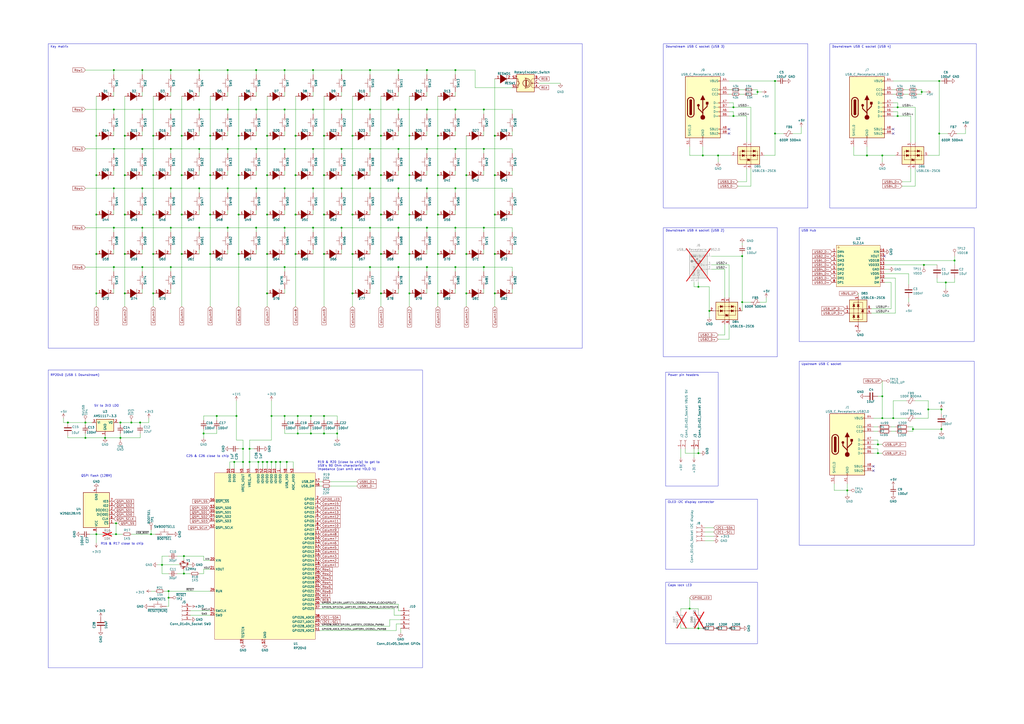
<source format=kicad_sch>
(kicad_sch (version 20230121) (generator eeschema)
  (paper "A2")
  (title_block (title "Quanta Keyboard Schematic Bare (RP2040 JLCPCBA)") (date "2023-06-11") (rev "3.1") (company "0bsilab") (comment 1 "by Lucas Placentino") (comment 2 "Version with Bare RP2040 microntroller") (comment 3 "Optimized for JLCPBC assembly service"))
  (junction (at 115.57 86.36))
  (junction (at 502.92 90.17))
  (junction (at 181.61 40.64))
  (junction (at 247.65 154.94))
  (junction (at 99.06 154.94))
  (junction (at 171.45 78.74))
  (junction (at 66.04 132.08))
  (junction (at 538.48 237.49))
  (junction (at 287.02 101.6))
  (junction (at 82.55 109.22))
  (junction (at 157.48 241.3))
  (junction (at 254 170.18))
  (junction (at 82.55 132.08))
  (junction (at 88.9 101.6))
  (junction (at 154.94 101.6))
  (junction (at 66.04 154.94))
  (junction (at 99.06 63.5))
  (junction (at 82.55 40.64))
  (junction (at 231.14 154.94))
  (junction (at 220.98 101.6))
  (junction (at 181.61 109.22))
  (junction (at 88.9 78.74))
  (junction (at 149.86 267.97))
  (junction (at 137.16 241.3))
  (junction (at 231.14 86.36))
  (junction (at 115.57 132.08))
  (junction (at 204.47 101.6))
  (junction (at 162.56 267.97))
  (junction (at 105.41 124.46))
  (junction (at 544.83 77.47))
  (junction (at 520.7 67.31))
  (junction (at 187.96 251.46))
  (junction (at 534.67 53.34))
  (junction (at 132.08 109.22))
  (junction (at 546.1 248.92))
  (junction (at 60.96 254))
  (junction (at 237.49 170.18))
  (junction (at 181.61 86.36))
  (junction (at 172.72 251.46))
  (junction (at 411.48 180.34))
  (junction (at 165.1 132.08))
  (junction (at 425.45 67.31))
  (junction (at 148.59 109.22))
  (junction (at 132.08 63.5))
  (junction (at 264.16 40.64))
  (junction (at 220.98 78.74))
  (junction (at 214.63 109.22))
  (junction (at 148.59 86.36))
  (junction (at 115.57 109.22))
  (junction (at 264.16 109.22))
  (junction (at 270.51 147.32))
  (junction (at 198.12 132.08))
  (junction (at 287.02 147.32))
  (junction (at 97.79 342.9))
  (junction (at 165.1 63.5))
  (junction (at 181.61 132.08))
  (junction (at 511.81 229.87))
  (junction (at 204.47 147.32))
  (junction (at 214.63 132.08))
  (junction (at 55.88 147.32))
  (junction (at 121.92 101.6))
  (junction (at 138.43 124.46))
  (junction (at 132.08 132.08))
  (junction (at 204.47 78.74))
  (junction (at 157.48 267.97))
  (junction (at 88.9 147.32))
  (junction (at 132.08 86.36))
  (junction (at 49.53 245.11))
  (junction (at 237.49 78.74))
  (junction (at 88.9 124.46))
  (junction (at 66.04 86.36))
  (junction (at 82.55 63.5))
  (junction (at 121.92 147.32))
  (junction (at 49.53 254))
  (junction (at 214.63 40.64))
  (junction (at 72.39 170.18))
  (junction (at 154.94 170.18))
  (junction (at 55.88 309.88))
  (junction (at 166.37 267.97))
  (junction (at 425.45 62.23))
  (junction (at 140.97 267.97))
  (junction (at 144.78 260.35))
  (junction (at 148.59 40.64))
  (junction (at 270.51 170.18))
  (junction (at 405.13 166.37))
  (junction (at 66.04 109.22))
  (junction (at 99.06 132.08))
  (junction (at 76.2 245.11))
  (junction (at 439.42 53.34))
  (junction (at 511.81 242.57))
  (junction (at 254 147.32))
  (junction (at 165.1 154.94))
  (junction (at 247.65 132.08))
  (junction (at 204.47 124.46))
  (junction (at 154.94 147.32))
  (junction (at 148.59 132.08))
  (junction (at 165.1 86.36))
  (junction (at 72.39 101.6))
  (junction (at 187.96 101.6))
  (junction (at 509.27 257.81))
  (junction (at 181.61 63.5))
  (junction (at 121.92 124.46))
  (junction (at 180.34 251.46))
  (junction (at 198.12 86.36))
  (junction (at 449.58 46.99))
  (junction (at 491.49 284.48))
  (junction (at 280.67 63.5))
  (junction (at 280.67 86.36))
  (junction (at 264.16 63.5))
  (junction (at 187.96 78.74))
  (junction (at 121.92 78.74))
  (junction (at 254 78.74))
  (junction (at 548.64 163.83))
  (junction (at 106.68 322.58))
  (junction (at 160.02 267.97))
  (junction (at 152.4 267.97))
  (junction (at 39.37 245.11))
  (junction (at 118.11 251.46))
  (junction (at 214.63 86.36))
  (junction (at 67.31 309.88))
  (junction (at 180.34 241.3))
  (junction (at 287.02 78.74))
  (junction (at 138.43 78.74))
  (junction (at 148.59 63.5))
  (junction (at 55.88 124.46))
  (junction (at 67.31 303.53))
  (junction (at 231.14 109.22))
  (junction (at 125.73 241.3))
  (junction (at 144.78 267.97))
  (junction (at 405.13 262.89))
  (junction (at 66.04 63.5))
  (junction (at 154.94 267.97))
  (junction (at 198.12 109.22))
  (junction (at 55.88 101.6))
  (junction (at 407.67 90.17))
  (junction (at 187.96 124.46))
  (junction (at 520.7 62.23))
  (junction (at 264.16 154.94))
  (junction (at 430.53 175.26))
  (junction (at 247.65 86.36))
  (junction (at 72.39 124.46))
  (junction (at 55.88 78.74))
  (junction (at 264.16 86.36))
  (junction (at 88.9 170.18))
  (junction (at 247.65 109.22))
  (junction (at 106.68 332.74))
  (junction (at 511.81 90.17))
  (junction (at 220.98 124.46))
  (junction (at 280.67 132.08))
  (junction (at 138.43 101.6))
  (junction (at 72.39 78.74))
  (junction (at 187.96 147.32))
  (junction (at 198.12 40.64))
  (junction (at 220.98 147.32))
  (junction (at 287.02 124.46))
  (junction (at 270.51 101.6))
  (junction (at 546.1 237.49))
  (junction (at 509.27 262.89))
  (junction (at 254 101.6))
  (junction (at 405.13 364.49))
  (junction (at 87.63 309.88))
  (junction (at 214.63 63.5))
  (junction (at 99.06 86.36))
  (junction (at 518.16 242.57))
  (junction (at 154.94 124.46))
  (junction (at 135.89 267.97))
  (junction (at 231.14 40.64))
  (junction (at 105.41 78.74))
  (junction (at 247.65 63.5))
  (junction (at 82.55 154.94))
  (junction (at 280.67 154.94))
  (junction (at 237.49 124.46))
  (junction (at 195.58 251.46))
  (junction (at 165.1 109.22))
  (junction (at 138.43 147.32))
  (junction (at 171.45 124.46))
  (junction (at 287.02 170.18))
  (junction (at 165.1 241.3))
  (junction (at 132.08 40.64))
  (junction (at 237.49 101.6))
  (junction (at 430.53 148.59))
  (junction (at 93.98 327.66))
  (junction (at 99.06 40.64))
  (junction (at 55.88 170.18))
  (junction (at 231.14 132.08))
  (junction (at 214.63 154.94))
  (junction (at 544.83 46.99))
  (junction (at 165.1 40.64))
  (junction (at 264.16 132.08))
  (junction (at 82.55 86.36))
  (junction (at 171.45 101.6))
  (junction (at 400.05 353.06))
  (junction (at 204.47 170.18))
  (junction (at 140.97 260.35))
  (junction (at 220.98 170.18))
  (junction (at 231.14 63.5))
  (junction (at 449.58 77.47))
  (junction (at 66.04 40.64))
  (junction (at 187.96 241.3))
  (junction (at 99.06 109.22))
  (junction (at 529.59 248.92))
  (junction (at 247.65 40.64))
  (junction (at 535.94 153.67))
  (junction (at 105.41 147.32))
  (junction (at 254 124.46))
  (junction (at 97.79 346.71))
  (junction (at 154.94 78.74))
  (junction (at 81.28 245.11))
  (junction (at 72.39 147.32))
  (junction (at 171.45 147.32))
  (junction (at 198.12 63.5))
  (junction (at 115.57 40.64))
  (junction (at 416.56 90.17))
  (junction (at 115.57 63.5))
  (junction (at 69.85 245.11))
  (junction (at 553.72 151.13))
  (junction (at 172.72 241.3))
  (junction (at 105.41 101.6))
  (junction (at 237.49 147.32))
  (junction (at 69.85 254))
  (no_connect (at 518.16 77.47))
  (no_connect (at 513.08 148.59))
  (no_connect (at 422.91 77.47))
  (no_connect (at 422.91 74.93))
  (no_connect (at 506.73 270.51))
  (no_connect (at 506.73 273.05))
  (no_connect (at 518.16 74.93))
  (wire (pts (xy 530.86 107.95) (xy 530.86 97.79)))
  (wire (pts (xy 137.16 255.27) (xy 137.16 241.3)))
  (wire (pts (xy 181.61 132.08) (xy 181.61 134.62)))
  (wire (pts (xy 231.14 154.94) (xy 247.65 154.94)))
  (wire (pts (xy 66.04 154.94) (xy 66.04 157.48)))
  (wire (pts (xy 95.25 342.9) (xy 97.79 342.9)))
  (wire (pts (xy 154.94 78.74) (xy 154.94 101.6)))
  (wire (pts (xy 231.14 167.64) (xy 231.14 170.18)))
  (wire (pts (xy 132.08 53.34) (xy 132.08 55.88)))
  (wire (pts (xy 86.36 242.57) (xy 86.36 245.11)))
  (wire (pts (xy 49.53 40.64) (xy 66.04 40.64)))
  (wire (pts (xy 505.46 179.07) (xy 516.89 179.07)))
  (wire (pts (xy 287.02 124.46) (xy 287.02 147.32)))
  (wire (pts (xy 264.16 40.64) (xy 264.16 43.18)))
  (wire (pts (xy 154.94 267.97) (xy 152.4 267.97)))
  (wire (pts (xy 231.14 354.33) (xy 232.41 354.33)))
  (wire (pts (xy 436.88 52.07) (xy 439.42 52.07)))
  (wire (pts (xy 237.49 170.18) (xy 237.49 177.8)))
  (wire (pts (xy 72.39 170.18) (xy 72.39 177.8)))
  (wire (pts (xy 544.83 77.47) (xy 549.91 77.47)))
  (wire (pts (xy 513.08 156.21) (xy 515.62 156.21)))
  (wire (pts (xy 232.41 361.95) (xy 229.87 361.95)))
  (wire (pts (xy 264.16 144.78) (xy 264.16 147.32)))
  (wire (pts (xy 55.88 101.6) (xy 55.88 124.46)))
  (wire (pts (xy 69.85 245.11) (xy 76.2 245.11)))
  (wire (pts (xy 411.48 166.37) (xy 411.48 180.34)))
  (wire (pts (xy 394.97 364.49) (xy 405.13 364.49)))
  (wire (pts (xy 214.63 40.64) (xy 231.14 40.64)))
  (wire (pts (xy 220.98 147.32) (xy 220.98 170.18)))
  (wire (pts (xy 264.16 99.06) (xy 264.16 101.6)))
  (wire (pts (xy 180.34 251.46) (xy 187.96 251.46)))
  (wire (pts (xy 264.16 109.22) (xy 264.16 111.76)))
  (wire (pts (xy 231.14 86.36) (xy 231.14 88.9)))
  (wire (pts (xy 534.67 54.61) (xy 534.67 53.34)))
  (wire (pts (xy 414.02 311.15) (xy 408.94 311.15)))
  (wire (pts (xy 165.1 40.64) (xy 181.61 40.64)))
  (wire (pts (xy 247.65 132.08) (xy 247.65 134.62)))
  (wire (pts (xy 231.14 132.08) (xy 247.65 132.08)))
  (wire (pts (xy 132.08 86.36) (xy 148.59 86.36)))
  (wire (pts (xy 544.83 90.17) (xy 544.83 77.47)))
  (wire (pts (xy 232.41 356.87) (xy 228.6 356.87)))
  (wire (pts (xy 133.35 271.78) (xy 133.35 267.97)))
  (wire (pts (xy 82.55 154.94) (xy 99.06 154.94)))
  (wire (pts (xy 397.51 262.89) (xy 405.13 262.89)))
  (wire (pts (xy 204.47 55.88) (xy 204.47 78.74)))
  (wire (pts (xy 543.56 153.67) (xy 535.94 153.67)))
  (wire (pts (xy 237.49 78.74) (xy 237.49 101.6)))
  (wire (pts (xy 287.02 147.32) (xy 287.02 170.18)))
  (wire (pts (xy 165.1 76.2) (xy 165.1 78.74)))
  (wire (pts (xy 165.1 109.22) (xy 165.1 111.76)))
  (wire (pts (xy 247.65 99.06) (xy 247.65 101.6)))
  (wire (pts (xy 149.86 267.97) (xy 149.86 271.78)))
  (wire (pts (xy 464.82 73.66) (xy 464.82 77.47)))
  (wire (pts (xy 264.16 154.94) (xy 264.16 157.48)))
  (wire (pts (xy 247.65 154.94) (xy 247.65 157.48)))
  (wire (pts (xy 125.73 241.3) (xy 137.16 241.3)))
  (wire (pts (xy 548.64 163.83) (xy 553.72 163.83)))
  (wire (pts (xy 144.78 255.27) (xy 144.78 260.35)))
  (wire (pts (xy 538.48 232.41) (xy 538.48 237.49)))
  (wire (pts (xy 264.16 154.94) (xy 280.67 154.94)))
  (wire (pts (xy 144.78 267.97) (xy 149.86 267.97)))
  (wire (pts (xy 157.48 232.41) (xy 157.48 241.3)))
  (wire (pts (xy 181.61 132.08) (xy 198.12 132.08)))
  (wire (pts (xy 424.18 52.07) (xy 422.91 52.07)))
  (wire (pts (xy 67.31 309.88) (xy 67.31 303.53)))
  (wire (pts (xy 115.57 132.08) (xy 132.08 132.08)))
  (wire (pts (xy 132.08 109.22) (xy 132.08 111.76)))
  (wire (pts (xy 449.58 90.17) (xy 449.58 77.47)))
  (wire (pts (xy 520.7 59.69) (xy 520.7 62.23)))
  (wire (pts (xy 99.06 40.64) (xy 115.57 40.64)))
  (wire (pts (xy 400.05 85.09) (xy 400.05 90.17)))
  (wire (pts (xy 66.04 167.64) (xy 66.04 170.18)))
  (wire (pts (xy 247.65 86.36) (xy 247.65 88.9)))
  (wire (pts (xy 165.1 109.22) (xy 181.61 109.22)))
  (wire (pts (xy 231.14 76.2) (xy 231.14 78.74)))
  (wire (pts (xy 132.08 132.08) (xy 132.08 134.62)))
  (wire (pts (xy 416.56 90.17) (xy 416.56 93.98)))
  (wire (pts (xy 121.92 330.2) (xy 118.11 330.2)))
  (wire (pts (xy 546.1 46.99) (xy 544.83 46.99)))
  (wire (pts (xy 214.63 63.5) (xy 231.14 63.5)))
  (wire (pts (xy 394.97 353.06) (xy 400.05 353.06)))
  (wire (pts (xy 99.06 144.78) (xy 99.06 147.32)))
  (wire (pts (xy 171.45 147.32) (xy 171.45 177.8)))
  (wire (pts (xy 506.73 242.57) (xy 511.81 242.57)))
  (wire (pts (xy 214.63 132.08) (xy 231.14 132.08)))
  (wire (pts (xy 121.92 325.12) (xy 118.11 325.12)))
  (wire (pts (xy 121.92 78.74) (xy 121.92 101.6)))
  (wire (pts (xy 530.86 242.57) (xy 538.48 242.57)))
  (wire (pts (xy 231.14 354.33) (xy 231.14 350.52)))
  (wire (pts (xy 297.18 154.94) (xy 297.18 157.48)))
  (wire (pts (xy 449.58 77.47) (xy 449.58 46.99)))
  (wire (pts (xy 106.68 332.74) (xy 106.68 330.2)))
  (wire (pts (xy 214.63 109.22) (xy 231.14 109.22)))
  (wire (pts (xy 181.61 53.34) (xy 181.61 55.88)))
  (wire (pts (xy 138.43 124.46) (xy 138.43 147.32)))
  (wire (pts (xy 416.56 90.17) (xy 424.18 90.17)))
  (wire (pts (xy 214.63 154.94) (xy 214.63 157.48)))
  (wire (pts (xy 204.47 170.18) (xy 204.47 177.8)))
  (wire (pts (xy 433.07 105.41) (xy 433.07 97.79)))
  (wire (pts (xy 560.07 77.47) (xy 554.99 77.47)))
  (wire (pts (xy 195.58 241.3) (xy 187.96 241.3)))
  (wire (pts (xy 280.67 86.36) (xy 280.67 88.9)))
  (wire (pts (xy 115.57 63.5) (xy 132.08 63.5)))
  (wire (pts (xy 491.49 284.48) (xy 483.87 284.48)))
  (wire (pts (xy 180.34 248.92) (xy 180.34 251.46)))
  (wire (pts (xy 154.94 271.78) (xy 154.94 267.97)))
  (wire (pts (xy 280.67 86.36) (xy 297.18 86.36)))
  (wire (pts (xy 530.86 82.55) (xy 530.86 62.23)))
  (wire (pts (xy 67.31 303.53) (xy 68.58 303.53)))
  (wire (pts (xy 231.14 109.22) (xy 231.14 111.76)))
  (wire (pts (xy 157.48 267.97) (xy 154.94 267.97)))
  (wire (pts (xy 69.85 246.38) (xy 69.85 245.11)))
  (wire (pts (xy 280.67 154.94) (xy 280.67 157.48)))
  (wire (pts (xy 115.57 132.08) (xy 115.57 134.62)))
  (wire (pts (xy 160.02 267.97) (xy 157.48 267.97)))
  (wire (pts (xy 523.24 105.41) (xy 528.32 105.41)))
  (wire (pts (xy 185.42 353.06) (xy 228.6 353.06)))
  (wire (pts (xy 407.67 364.49) (xy 405.13 364.49)))
  (wire (pts (xy 427.99 105.41) (xy 433.07 105.41)))
  (wire (pts (xy 115.57 53.34) (xy 115.57 55.88)))
  (wire (pts (xy 165.1 132.08) (xy 181.61 132.08)))
  (wire (pts (xy 231.14 132.08) (xy 231.14 134.62)))
  (wire (pts (xy 185.42 365.76) (xy 229.87 365.76)))
  (wire (pts (xy 524.51 52.07) (xy 527.05 52.07)))
  (wire (pts (xy 546.1 248.92) (xy 546.1 250.19)))
  (wire (pts (xy 66.04 53.34) (xy 66.04 55.88)))
  (wire (pts (xy 214.63 40.64) (xy 214.63 43.18)))
  (wire (pts (xy 538.48 232.41) (xy 530.86 232.41)))
  (wire (pts (xy 165.1 248.92) (xy 165.1 251.46)))
  (wire (pts (xy 247.65 76.2) (xy 247.65 78.74)))
  (wire (pts (xy 204.47 147.32) (xy 204.47 170.18)))
  (wire (pts (xy 297.18 121.92) (xy 297.18 124.46)))
  (wire (pts (xy 247.65 40.64) (xy 264.16 40.64)))
  (wire (pts (xy 39.37 245.11) (xy 49.53 245.11)))
  (wire (pts (xy 118.11 325.12) (xy 118.11 322.58)))
  (wire (pts (xy 254 170.18) (xy 254 177.8)))
  (wire (pts (xy 66.04 132.08) (xy 82.55 132.08)))
  (wire (pts (xy 99.06 40.64) (xy 99.06 43.18)))
  (wire (pts (xy 543.56 163.83) (xy 548.64 163.83)))
  (wire (pts (xy 198.12 63.5) (xy 214.63 63.5)))
  (wire (pts (xy 516.89 163.83) (xy 513.08 163.83)))
  (wire (pts (xy 148.59 40.64) (xy 165.1 40.64)))
  (wire (pts (xy 407.67 90.17) (xy 407.67 85.09)))
  (wire (pts (xy 181.61 76.2) (xy 181.61 78.74)))
  (wire (pts (xy 132.08 109.22) (xy 148.59 109.22)))
  (wire (pts (xy 214.63 86.36) (xy 214.63 88.9)))
  (wire (pts (xy 138.43 55.88) (xy 138.43 78.74)))
  (wire (pts (xy 118.11 330.2) (xy 118.11 332.74)))
  (wire (pts (xy 162.56 271.78) (xy 162.56 267.97)))
  (wire (pts (xy 422.91 153.67) (xy 412.75 153.67)))
  (wire (pts (xy 506.73 260.35) (xy 509.27 260.35)))
  (wire (pts (xy 67.31 309.88) (xy 71.12 309.88)))
  (wire (pts (xy 506.73 257.81) (xy 509.27 257.81)))
  (wire (pts (xy 280.67 76.2) (xy 280.67 78.74)))
  (wire (pts (xy 444.5 172.72) (xy 444.5 175.26)))
  (wire (pts (xy 237.49 147.32) (xy 237.49 170.18)))
  (wire (pts (xy 72.39 101.6) (xy 72.39 124.46)))
  (wire (pts (xy 264.16 121.92) (xy 264.16 124.46)))
  (wire (pts (xy 66.04 76.2) (xy 66.04 78.74)))
  (wire (pts (xy 36.83 242.57) (xy 36.83 245.11)))
  (wire (pts (xy 187.96 78.74) (xy 187.96 101.6)))
  (wire (pts (xy 247.65 40.64) (xy 247.65 43.18)))
  (wire (pts (xy 64.77 309.88) (xy 67.31 309.88)))
  (wire (pts (xy 520.7 67.31) (xy 528.32 67.31)))
  (wire (pts (xy 546.1 237.49) (xy 546.1 240.03)))
  (wire (pts (xy 87.63 307.34) (xy 87.63 309.88)))
  (wire (pts (xy 449.58 90.17) (xy 443.23 90.17)))
  (wire (pts (xy 405.13 166.37) (xy 402.59 166.37)))
  (wire (pts (xy 204.47 101.6) (xy 204.47 124.46)))
  (wire (pts (xy 297.18 109.22) (xy 297.18 111.76)))
  (wire (pts (xy 297.18 76.2) (xy 297.18 78.74)))
  (wire (pts (xy 154.94 170.18) (xy 154.94 177.8)))
  (wire (pts (xy 66.04 63.5) (xy 82.55 63.5)))
  (wire (pts (xy 280.67 144.78) (xy 280.67 147.32)))
  (wire (pts (xy 60.96 254) (xy 60.96 252.73)))
  (wire (pts (xy 140.97 255.27) (xy 140.97 260.35)))
  (wire (pts (xy 180.34 241.3) (xy 180.34 243.84)))
  (wire (pts (xy 172.72 241.3) (xy 165.1 241.3)))
  (wire (pts (xy 528.32 105.41) (xy 528.32 97.79)))
  (wire (pts (xy 144.78 255.27) (xy 157.48 255.27)))
  (wire (pts (xy 82.55 86.36) (xy 82.55 88.9)))
  (wire (pts (xy 231.14 99.06) (xy 231.14 101.6)))
  (wire (pts (xy 420.37 172.72) (xy 420.37 156.21)))
  (wire (pts (xy 254 124.46) (xy 254 147.32)))
  (wire (pts (xy 220.98 124.46) (xy 220.98 147.32)))
  (wire (pts (xy 534.67 53.34) (xy 534.67 52.07)))
  (wire (pts (xy 181.61 109.22) (xy 198.12 109.22)))
  (wire (pts (xy 422.91 64.77) (xy 425.45 64.77)))
  (wire (pts (xy 72.39 124.46) (xy 72.39 147.32)))
  (wire (pts (xy 518.16 232.41) (xy 518.16 242.57)))
  (wire (pts (xy 99.06 86.36) (xy 115.57 86.36)))
  (wire (pts (xy 154.94 124.46) (xy 154.94 147.32)))
  (wire (pts (xy 439.42 53.34) (xy 439.42 52.07)))
  (wire (pts (xy 49.53 245.11) (xy 53.34 245.11)))
  (wire (pts (xy 121.92 55.88) (xy 121.92 78.74)))
  (wire (pts (xy 198.12 132.08) (xy 198.12 134.62)))
  (wire (pts (xy 115.57 86.36) (xy 132.08 86.36)))
  (wire (pts (xy 214.63 167.64) (xy 214.63 170.18)))
  (wire (pts (xy 82.55 132.08) (xy 82.55 134.62)))
  (wire (pts (xy 509.27 255.27) (xy 509.27 257.81)))
  (wire (pts (xy 264.16 132.08) (xy 264.16 134.62)))
  (wire (pts (xy 165.1 63.5) (xy 165.1 66.04)))
  (wire (pts (xy 99.06 109.22) (xy 99.06 111.76)))
  (wire (pts (xy 430.53 148.59) (xy 430.53 175.26)))
  (wire (pts (xy 171.45 78.74) (xy 171.45 101.6)))
  (wire (pts (xy 247.65 109.22) (xy 247.65 111.76)))
  (wire (pts (xy 72.39 78.74) (xy 72.39 101.6)))
  (wire (pts (xy 491.49 287.02) (xy 491.49 284.48)))
  (wire (pts (xy 519.43 54.61) (xy 518.16 54.61)))
  (wire (pts (xy 49.53 246.38) (xy 49.53 245.11)))
  (wire (pts (xy 105.41 147.32) (xy 105.41 177.8)))
  (wire (pts (xy 97.79 346.71) (xy 97.79 351.79)))
  (wire (pts (xy 106.68 332.74) (xy 110.49 332.74)))
  (wire (pts (xy 198.12 86.36) (xy 198.12 88.9)))
  (wire (pts (xy 518.16 242.57) (xy 525.78 242.57)))
  (wire (pts (xy 36.83 245.11) (xy 39.37 245.11)))
  (wire (pts (xy 81.28 251.46) (xy 81.28 254)))
  (wire (pts (xy 247.65 109.22) (xy 264.16 109.22)))
  (wire (pts (xy 115.57 99.06) (xy 115.57 101.6)))
  (wire (pts (xy 394.97 364.49) (xy 394.97 361.95)))
  (wire (pts (xy 180.34 241.3) (xy 172.72 241.3)))
  (wire (pts (xy 106.68 322.58) (xy 118.11 322.58)))
  (wire (pts (xy 66.04 303.53) (xy 67.31 303.53)))
  (wire (pts (xy 247.65 144.78) (xy 247.65 147.32)))
  (wire (pts (xy 506.73 255.27) (xy 509.27 255.27)))
  (wire (pts (xy 264.16 86.36) (xy 264.16 88.9)))
  (wire (pts (xy 543.56 161.29) (xy 543.56 163.83)))
  (wire (pts (xy 181.61 121.92) (xy 181.61 124.46)))
  (wire (pts (xy 135.89 267.97) (xy 135.89 271.78)))
  (wire (pts (xy 198.12 99.06) (xy 198.12 101.6)))
  (wire (pts (xy 513.08 151.13) (xy 553.72 151.13)))
  (wire (pts (xy 72.39 147.32) (xy 72.39 170.18)))
  (wire (pts (xy 191.77 279.4) (xy 207.01 279.4)))
  (wire (pts (xy 125.73 241.3) (xy 125.73 243.84)))
  (wire (pts (xy 115.57 40.64) (xy 115.57 43.18)))
  (wire (pts (xy 483.87 284.48) (xy 483.87 280.67)))
  (wire (pts (xy 72.39 55.88) (xy 72.39 78.74)))
  (wire (pts (xy 544.83 90.17) (xy 538.48 90.17)))
  (wire (pts (xy 172.72 248.92) (xy 172.72 251.46)))
  (wire (pts (xy 55.88 309.88) (xy 55.88 308.61)))
  (wire (pts (xy 520.7 62.23) (xy 530.86 62.23)))
  (wire (pts (xy 264.16 63.5) (xy 280.67 63.5)))
  (wire (pts (xy 231.14 144.78) (xy 231.14 147.32)))
  (wire (pts (xy 247.65 63.5) (xy 264.16 63.5)))
  (wire (pts (xy 88.9 78.74) (xy 88.9 101.6)))
  (wire (pts (xy 520.7 64.77) (xy 520.7 67.31)))
  (wire (pts (xy 99.06 167.64) (xy 99.06 170.18)))
  (wire (pts (xy 138.43 260.35) (xy 140.97 260.35)))
  (wire (pts (xy 138.43 147.32) (xy 138.43 177.8)))
  (wire (pts (xy 529.59 248.92) (xy 546.1 248.92)))
  (wire (pts (xy 198.12 121.92) (xy 198.12 124.46)))
  (wire (pts (xy 509.27 257.81) (xy 511.81 257.81)))
  (wire (pts (xy 154.94 101.6) (xy 154.94 124.46)))
  (wire (pts (xy 132.08 63.5) (xy 148.59 63.5)))
  (wire (pts (xy 425.45 62.23) (xy 435.61 62.23)))
  (wire (pts (xy 86.36 245.11) (xy 81.28 245.11)))
  (wire (pts (xy 187.96 248.92) (xy 187.96 251.46)))
  (wire (pts (xy 88.9 147.32) (xy 88.9 170.18)))
  (wire (pts (xy 125.73 248.92) (xy 125.73 251.46)))
  (wire (pts (xy 93.98 327.66) (xy 93.98 332.74)))
  (wire (pts (xy 422.91 62.23) (xy 425.45 62.23)))
  (wire (pts (xy 140.97 255.27) (xy 137.16 255.27)))
  (wire (pts (xy 118.11 241.3) (xy 125.73 241.3)))
  (wire (pts (xy 88.9 170.18) (xy 88.9 177.8)))
  (wire (pts (xy 162.56 267.97) (xy 160.02 267.97)))
  (wire (pts (xy 198.12 86.36) (xy 214.63 86.36)))
  (wire (pts (xy 181.61 109.22) (xy 181.61 111.76)))
  (wire (pts (xy 137.16 232.41) (xy 137.16 241.3)))
  (wire (pts (xy 424.18 54.61) (xy 422.91 54.61)))
  (wire (pts (xy 495.3 90.17) (xy 502.92 90.17)))
  (wire (pts (xy 405.13 262.89) (xy 405.13 260.35)))
  (wire (pts (xy 414.02 308.61) (xy 408.94 308.61)))
  (wire (pts (xy 171.45 124.46) (xy 171.45 147.32)))
  (wire (pts (xy 49.53 63.5) (xy 66.04 63.5)))
  (wire (pts (xy 138.43 101.6) (xy 138.43 124.46)))
  (wire (pts (xy 394.97 265.43) (xy 394.97 260.35)))
  (wire (pts (xy 414.02 306.07) (xy 408.94 306.07)))
  (wire (pts (xy 181.61 40.64) (xy 198.12 40.64)))
  (wire (pts (xy 529.59 250.19) (xy 529.59 248.92)))
  (wire (pts (xy 170.18 271.78) (xy 170.18 267.97)))
  (wire (pts (xy 185.42 363.22) (xy 226.06 363.22)))
  (wire (pts (xy 187.96 241.3) (xy 187.96 243.84)))
  (wire (pts (xy 93.98 322.58) (xy 93.98 327.66)))
  (wire (pts (xy 66.04 63.5) (xy 66.04 66.04)))
  (wire (pts (xy 165.1 86.36) (xy 165.1 88.9)))
  (wire (pts (xy 181.61 144.78) (xy 181.61 147.32)))
  (wire (pts (xy 165.1 86.36) (xy 181.61 86.36)))
  (wire (pts (xy 538.48 237.49) (xy 546.1 237.49)))
  (wire (pts (xy 407.67 90.17) (xy 416.56 90.17)))
  (wire (pts (xy 148.59 109.22) (xy 148.59 111.76)))
  (wire (pts (xy 511.81 242.57) (xy 518.16 242.57)))
  (wire (pts (xy 422.91 46.99) (xy 449.58 46.99)))
  (wire (pts (xy 195.58 248.92) (xy 195.58 251.46)))
  (wire (pts (xy 135.89 267.97) (xy 140.97 267.97)))
  (wire (pts (xy 287.02 78.74) (xy 287.02 101.6)))
  (wire (pts (xy 165.1 167.64) (xy 165.1 170.18)))
  (wire (pts (xy 527.05 54.61) (xy 524.51 54.61)))
  (wire (pts (xy 231.14 154.94) (xy 231.14 157.48)))
  (wire (pts (xy 231.14 63.5) (xy 231.14 66.04)))
  (wire (pts (xy 275.59 40.64) (xy 275.59 50.8)))
  (wire (pts (xy 297.18 144.78) (xy 297.18 147.32)))
  (wire (pts (xy 195.58 241.3) (xy 195.58 243.84)))
  (wire (pts (xy 198.12 53.34) (xy 198.12 55.88)))
  (wire (pts (xy 185.42 279.4) (xy 186.69 279.4)))
  (wire (pts (xy 66.04 86.36) (xy 66.04 88.9)))
  (wire (pts (xy 187.96 124.46) (xy 187.96 147.32)))
  (wire (pts (xy 518.16 59.69) (xy 520.7 59.69)))
  (wire (pts (xy 312.42 48.26) (xy 325.12 48.26)))
  (wire (pts (xy 247.65 121.92) (xy 247.65 124.46)))
  (wire (pts (xy 527.05 165.1) (xy 527.05 158.75)))
  (wire (pts (xy 450.85 46.99) (xy 449.58 46.99)))
  (wire (pts (xy 82.55 76.2) (xy 82.55 78.74)))
  (wire (pts (xy 110.49 356.87) (xy 121.92 356.87)))
  (wire (pts (xy 439.42 53.34) (xy 441.96 53.34)))
  (wire (pts (xy 170.18 267.97) (xy 166.37 267.97)))
  (wire (pts (xy 118.11 243.84) (xy 118.11 241.3)))
  (wire (pts (xy 82.55 109.22) (xy 82.55 111.76)))
  (wire (pts (xy 181.61 86.36) (xy 181.61 88.9)))
  (wire (pts (xy 132.08 76.2) (xy 132.08 78.74)))
  (wire (pts (xy 157.48 271.78) (xy 157.48 267.97)))
  (wire (pts (xy 247.65 154.94) (xy 264.16 154.94)))
  (wire (pts (xy 97.79 346.71) (xy 97.79 342.9)))
  (wire (pts (xy 82.55 63.5) (xy 99.06 63.5)))
  (wire (pts (xy 39.37 254) (xy 49.53 254)))
  (wire (pts (xy 459.74 77.47) (xy 464.82 77.47)))
  (wire (pts (xy 405.13 364.49) (xy 405.13 361.95)))
  (wire (pts (xy 198.12 109.22) (xy 214.63 109.22)))
  (wire (pts (xy 405.13 166.37) (xy 405.13 163.83)))
  (wire (pts (xy 115.57 109.22) (xy 115.57 111.76)))
  (wire (pts (xy 148.59 76.2) (xy 148.59 78.74)))
  (wire (pts (xy 82.55 109.22) (xy 99.06 109.22)))
  (wire (pts (xy 115.57 332.74) (xy 118.11 332.74)))
  (wire (pts (xy 144.78 271.78) (xy 144.78 267.97)))
  (wire (pts (xy 416.56 196.85) (xy 422.91 196.85)))
  (wire (pts (xy 144.78 260.35) (xy 144.78 267.97)))
  (wire (pts (xy 166.37 267.97) (xy 162.56 267.97)))
  (wire (pts (xy 529.59 247.65) (xy 527.05 247.65)))
  (wire (pts (xy 231.14 86.36) (xy 247.65 86.36)))
  (wire (pts (xy 99.06 132.08) (xy 115.57 132.08)))
  (wire (pts (xy 436.88 54.61) (xy 439.42 54.61)))
  (wire (pts (xy 538.48 237.49) (xy 538.48 242.57)))
  (wire (pts (xy 121.92 101.6) (xy 121.92 124.46)))
  (wire (pts (xy 394.97 353.06) (xy 394.97 354.33)))
  (wire (pts (xy 49.53 254) (xy 60.96 254)))
  (wire (pts (xy 420.37 156.21) (xy 412.75 156.21)))
  (wire (pts (xy 280.67 154.94) (xy 297.18 154.94)))
  (wire (pts (xy 93.98 322.58) (xy 97.79 322.58)))
  (wire (pts (xy 435.61 107.95) (xy 435.61 97.79)))
  (wire (pts (xy 220.98 78.74) (xy 220.98 101.6)))
  (wire (pts (xy 287.02 170.18) (xy 287.02 177.8)))
  (wire (pts (xy 411.48 180.34) (xy 411.48 184.15)))
  (wire (pts (xy 99.06 53.34) (xy 99.06 55.88)))
  (wire (pts (xy 165.1 241.3) (xy 165.1 243.84)))
  (wire (pts (xy 99.06 132.08) (xy 99.06 134.62)))
  (wire (pts (xy 397.51 260.35) (xy 397.51 262.89)))
  (wire (pts (xy 115.57 109.22) (xy 132.08 109.22)))
  (wire (pts (xy 106.68 322.58) (xy 106.68 325.12)))
  (wire (pts (xy 414.02 313.69) (xy 408.94 313.69)))
  (wire (pts (xy 198.12 109.22) (xy 198.12 111.76)))
  (wire (pts (xy 231.14 53.34) (xy 231.14 55.88)))
  (wire (pts (xy 422.91 59.69) (xy 425.45 59.69)))
  (wire (pts (xy 297.18 63.5) (xy 297.18 66.04)))
  (wire (pts (xy 439.42 54.61) (xy 439.42 53.34)))
  (wire (pts (xy 430.53 140.97) (xy 430.53 142.24)))
  (wire (pts (xy 66.04 86.36) (xy 82.55 86.36)))
  (wire (pts (xy 187.96 55.88) (xy 187.96 78.74)))
  (wire (pts (xy 405.13 354.33) (xy 405.13 353.06)))
  (wire (pts (xy 505.46 181.61) (xy 519.43 181.61)))
  (wire (pts (xy 148.59 109.22) (xy 165.1 109.22)))
  (wire (pts (xy 449.58 77.47) (xy 454.66 77.47)))
  (wire (pts (xy 157.48 255.27) (xy 157.48 241.3)))
  (wire (pts (xy 532.13 54.61) (xy 534.67 54.61)))
  (wire (pts (xy 105.41 78.74) (xy 105.41 101.6)))
  (wire (pts (xy 264.16 63.5) (xy 264.16 66.04)))
  (wire (pts (xy 87.63 342.9) (xy 90.17 342.9)))
  (wire (pts (xy 264.16 167.64) (xy 264.16 170.18)))
  (wire (pts (xy 99.06 154.94) (xy 165.1 154.94)))
  (wire (pts (xy 148.59 121.92) (xy 148.59 124.46)))
  (wire (pts (xy 270.51 147.32) (xy 270.51 170.18)))
  (wire (pts (xy 509.27 260.35) (xy 509.27 262.89)))
  (wire (pts (xy 254 101.6) (xy 254 124.46)))
  (wire (pts (xy 513.08 153.67) (xy 535.94 153.67)))
  (wire (pts (xy 99.06 63.5) (xy 99.06 66.04)))
  (wire (pts (xy 171.45 101.6) (xy 171.45 124.46)))
  (wire (pts (xy 148.59 144.78) (xy 148.59 147.32)))
  (wire (pts (xy 422.91 67.31) (xy 425.45 67.31)))
  (wire (pts (xy 191.77 281.94) (xy 207.01 281.94)))
  (wire (pts (xy 66.04 109.22) (xy 66.04 111.76)))
  (wire (pts (xy 228.6 356.87) (xy 228.6 353.06)))
  (wire (pts (xy 110.49 354.33) (xy 121.92 354.33)))
  (wire (pts (xy 511.81 229.87) (xy 511.81 242.57)))
  (wire (pts (xy 118.11 251.46) (xy 118.11 248.92)))
  (wire (pts (xy 264.16 53.34) (xy 264.16 55.88)))
  (wire (pts (xy 132.08 40.64) (xy 148.59 40.64)))
  (wire (pts (xy 231.14 109.22) (xy 247.65 109.22)))
  (wire (pts (xy 91.44 327.66) (xy 93.98 327.66)))
  (wire (pts (xy 529.59 248.92) (xy 529.59 247.65)))
  (wire (pts (xy 231.14 63.5) (xy 247.65 63.5)))
  (wire (pts (xy 132.08 86.36) (xy 132.08 88.9)))
  (wire (pts (xy 165.1 154.94) (xy 214.63 154.94)))
  (wire (pts (xy 553.72 161.29) (xy 553.72 163.83)))
  (wire (pts (xy 172.72 251.46) (xy 180.34 251.46)))
  (wire (pts (xy 518.16 232.41) (xy 525.78 232.41)))
  (wire (pts (xy 132.08 132.08) (xy 148.59 132.08)))
  (wire (pts (xy 99.06 76.2) (xy 99.06 78.74)))
  (wire (pts (xy 76.2 245.11) (xy 81.28 245.11)))
  (wire (pts (xy 509.27 262.89) (xy 511.81 262.89)))
  (wire (pts (xy 171.45 55.88) (xy 171.45 78.74)))
  (wire (pts (xy 231.14 40.64) (xy 231.14 43.18)))
  (wire (pts (xy 214.63 76.2) (xy 214.63 78.74)))
  (wire (pts (xy 519.43 247.65) (xy 516.89 247.65)))
  (wire (pts (xy 165.1 251.46) (xy 172.72 251.46)))
  (wire (pts (xy 99.06 121.92) (xy 99.06 124.46)))
  (wire (pts (xy 165.1 132.08) (xy 165.1 134.62)))
  (wire (pts (xy 148.59 86.36) (xy 148.59 88.9)))
  (wire (pts (xy 254 78.74) (xy 254 101.6)))
  (wire (pts (xy 55.88 309.88) (xy 55.88 314.96)))
  (wire (pts (xy 97.79 351.79) (xy 96.52 351.79)))
  (wire (pts (xy 148.59 132.08) (xy 165.1 132.08)))
  (wire (pts (xy 165.1 99.06) (xy 165.1 101.6)))
  (wire (pts (xy 115.57 121.92) (xy 115.57 124.46)))
  (wire (pts (xy 506.73 262.89) (xy 509.27 262.89)))
  (wire (pts (xy 132.08 63.5) (xy 132.08 66.04)))
  (wire (pts (xy 511.81 90.17) (xy 511.81 93.98)))
  (wire (pts (xy 66.04 154.94) (xy 82.55 154.94)))
  (wire (pts (xy 99.06 86.36) (xy 99.06 88.9)))
  (wire (pts (xy 105.41 55.88) (xy 105.41 78.74)))
  (wire (pts (xy 185.42 350.52) (xy 231.14 350.52)))
  (wire (pts (xy 115.57 40.64) (xy 132.08 40.64)))
  (wire (pts (xy 518.16 62.23) (xy 520.7 62.23)))
  (wire (pts (xy 49.53 154.94) (xy 66.04 154.94)))
  (wire (pts (xy 39.37 252.73) (xy 39.37 254)))
  (wire (pts (xy 237.49 101.6) (xy 237.49 124.46)))
  (wire (pts (xy 55.88 78.74) (xy 55.88 101.6)))
  (wire (pts (xy 400.05 346.71) (xy 400.05 353.06)))
  (wire (pts (xy 115.57 86.36) (xy 115.57 88.9)))
  (wire (pts (xy 264.16 86.36) (xy 280.67 86.36)))
  (wire (pts (xy 52.07 309.88) (xy 55.88 309.88)))
  (wire (pts (xy 247.65 53.34) (xy 247.65 55.88)))
  (wire (pts (xy 519.43 250.19) (xy 516.89 250.19)))
  (wire (pts (xy 152.4 271.78) (xy 152.4 267.97)))
  (wire (pts (xy 560.07 77.47) (xy 560.07 74.93)))
  (wire (pts (xy 66.04 109.22) (xy 82.55 109.22)))
  (wire (pts (xy 214.63 121.92) (xy 214.63 124.46)))
  (wire (pts (xy 430.53 175.26) (xy 435.61 175.26)))
  (wire (pts (xy 433.07 82.55) (xy 433.07 67.31)))
  (wire (pts (xy 148.59 132.08) (xy 148.59 134.62)))
  (wire (pts (xy 519.43 181.61) (xy 519.43 161.29)))
  (wire (pts (xy 297.18 99.06) (xy 297.18 101.6)))
  (wire (pts (xy 55.88 170.18) (xy 55.88 177.8)))
  (wire (pts (xy 148.59 63.5) (xy 148.59 66.04)))
  (wire (pts (xy 115.57 63.5) (xy 115.57 66.04)))
  (wire (pts (xy 422.91 172.72) (xy 422.91 153.67)))
  (wire (pts (xy 214.63 144.78) (xy 214.63 147.32)))
  (wire (pts (xy 204.47 124.46) (xy 204.47 147.32)))
  (wire (pts (xy 88.9 124.46) (xy 88.9 147.32)))
  (wire (pts (xy 497.84 170.18) (xy 497.84 171.45)))
  (wire (pts (xy 231.14 121.92) (xy 231.14 124.46)))
  (wire (pts (xy 181.61 86.36) (xy 198.12 86.36)))
  (wire (pts (xy 198.12 132.08) (xy 214.63 132.08)))
  (wire (pts (xy 97.79 332.74) (xy 93.98 332.74)))
  (wire (pts (xy 99.06 99.06) (xy 99.06 101.6)))
  (wire (pts (xy 68.58 245.11) (xy 69.85 245.11)))
  (wire (pts (xy 165.1 40.64) (xy 165.1 43.18)))
  (wire (pts (xy 425.45 64.77) (xy 425.45 67.31)))
  (wire (pts (xy 220.98 55.88) (xy 220.98 78.74)))
  (wire (pts (xy 495.3 85.09) (xy 495.3 90.17)))
  (wire (pts (xy 527.05 172.72) (xy 527.05 175.26)))
  (wire (pts (xy 148.59 53.34) (xy 148.59 55.88)))
  (wire (pts (xy 402.59 265.43) (xy 402.59 260.35)))
  (wire (pts (xy 166.37 271.78) (xy 166.37 267.97)))
  (wire (pts (xy 152.4 267.97) (xy 149.86 267.97)))
  (wire (pts (xy 553.72 153.67) (xy 553.72 151.13)))
  (wire (pts (xy 546.1 247.65) (xy 546.1 248.92)))
  (wire (pts (xy 402.59 166.37) (xy 402.59 163.83)))
  (wire (pts (xy 81.28 245.11) (xy 81.28 246.38)))
  (wire (pts (xy 427.99 107.95) (xy 435.61 107.95)))
  (wire (pts (xy 429.26 52.07) (xy 431.8 52.07)))
  (wire (pts (xy 66.04 132.08) (xy 66.04 134.62)))
  (wire (pts (xy 430.53 175.26) (xy 430.53 180.34)))
  (wire (pts (xy 247.65 132.08) (xy 264.16 132.08)))
  (wire (pts (xy 527.05 250.19) (xy 529.59 250.19)))
  (wire (pts (xy 214.63 63.5) (xy 214.63 66.04)))
  (wire (pts (xy 181.61 63.5) (xy 198.12 63.5)))
  (wire (pts (xy 187.96 251.46) (xy 195.58 251.46)))
  (wire (pts (xy 49.53 251.46) (xy 49.53 254)))
  (wire (pts (xy 132.08 144.78) (xy 132.08 147.32)))
  (wire (pts (xy 518.16 46.99) (xy 544.83 46.99)))
  (wire (pts (xy 264.16 76.2) (xy 264.16 78.74)))
  (wire (pts (xy 49.53 132.08) (xy 66.04 132.08)))
  (wire (pts (xy 264.16 40.64) (xy 275.59 40.64)))
  (wire (pts (xy 185.42 281.94) (xy 186.69 281.94)))
  (wire (pts (xy 160.02 271.78) (xy 160.02 267.97)))
  (wire (pts (xy 220.98 101.6) (xy 220.98 124.46)))
  (wire (pts (xy 204.47 78.74) (xy 204.47 101.6)))
  (wire (pts (xy 516.89 179.07) (xy 516.89 163.83)))
  (wire (pts (xy 425.45 67.31) (xy 433.07 67.31)))
  (wire (pts (xy 82.55 40.64) (xy 82.55 43.18)))
  (wire (pts (xy 148.59 63.5) (xy 165.1 63.5)))
  (wire (pts (xy 154.94 147.32) (xy 154.94 170.18)))
  (wire (pts (xy 431.8 54.61) (xy 429.26 54.61)))
  (wire (pts (xy 280.67 132.08) (xy 280.67 134.62)))
  (wire (pts (xy 237.49 55.88) (xy 237.49 78.74)))
  (wire (pts (xy 59.69 309.88) (xy 55.88 309.88)))
  (wire (pts (xy 435.61 82.55) (xy 435.61 62.23)))
  (wire (pts (xy 237.49 124.46) (xy 237.49 147.32)))
  (wire (pts (xy 157.48 241.3) (xy 165.1 241.3)))
  (wire (pts (xy 430.53 147.32) (xy 430.53 148.59)))
  (wire (pts (xy 66.04 40.64) (xy 82.55 40.64)))
  (wire (pts (xy 534.67 53.34) (xy 537.21 53.34)))
  (wire (pts (xy 214.63 53.34) (xy 214.63 55.88)))
  (wire (pts (xy 132.08 99.06) (xy 132.08 101.6)))
  (wire (pts (xy 172.72 241.3) (xy 172.72 243.84)))
  (wire (pts (xy 154.94 55.88) (xy 154.94 78.74)))
  (wire (pts (xy 214.63 99.06) (xy 214.63 101.6)))
  (wire (pts (xy 214.63 109.22) (xy 214.63 111.76)))
  (wire (pts (xy 66.04 40.64) (xy 66.04 43.18)))
  (wire (pts (xy 55.88 55.88) (xy 55.88 78.74)))
  (wire (pts (xy 511.81 90.17) (xy 519.43 90.17)))
  (wire (pts (xy 82.55 86.36) (xy 99.06 86.36)))
  (wire (pts (xy 66.04 144.78) (xy 66.04 147.32)))
  (wire (pts (xy 198.12 40.64) (xy 198.12 43.18)))
  (wire (pts (xy 405.13 262.89) (xy 406.4 262.89)))
  (wire (pts (xy 195.58 251.46) (xy 195.58 254)))
  (wire (pts (xy 88.9 101.6) (xy 88.9 124.46)))
  (wire (pts (xy 165.1 154.94) (xy 165.1 157.48)))
  (wire (pts (xy 400.05 353.06) (xy 405.13 353.06)))
  (wire (pts (xy 198.12 40.64) (xy 214.63 40.64)))
  (wire (pts (xy 49.53 109.22) (xy 66.04 109.22)))
  (wire (pts (xy 280.67 132.08) (xy 297.18 132.08)))
  (wire (pts (xy 509.27 247.65) (xy 506.73 247.65)))
  (wire (pts (xy 121.92 147.32) (xy 121.92 177.8)))
  (wire (pts (xy 400.05 90.17) (xy 407.67 90.17)))
  (wire (pts (xy 82.55 63.5) (xy 82.55 66.04)))
  (wire (pts (xy 232.41 364.49) (xy 232.41 367.03)))
  (wire (pts (xy 82.55 40.64) (xy 99.06 40.64)))
  (wire (pts (xy 231.14 40.64) (xy 247.65 40.64)))
  (wire (pts (xy 254 55.88) (xy 254 78.74)))
  (wire (pts (xy 280.67 63.5) (xy 280.67 66.04)))
  (wire (pts (xy 519.43 161.29) (xy 513.08 161.29)))
  (wire (pts (xy 226.06 359.41) (xy 226.06 363.22)))
  (wire (pts (xy 99.06 109.22) (xy 115.57 109.22)))
  (wire (pts (xy 519.43 52.07) (xy 518.16 52.07)))
  (wire (pts (xy 121.92 124.46) (xy 121.92 147.32)))
  (wire (pts (xy 82.55 132.08) (xy 99.06 132.08)))
  (wire (pts (xy 220.98 170.18) (xy 220.98 177.8)))
  (wire (pts (xy 214.63 132.08) (xy 214.63 134.62)))
  (wire (pts (xy 511.81 229.87) (xy 509.27 229.87)))
  (wire (pts (xy 82.55 167.64) (xy 82.55 170.18)))
  (wire (pts (xy 528.32 82.55) (xy 528.32 67.31)))
  (wire (pts (xy 523.24 107.95) (xy 530.86 107.95)))
  (wire (pts (xy 82.55 121.92) (xy 82.55 124.46)))
  (wire (pts (xy 229.87 361.95) (xy 229.87 365.76)))
  (wire (pts (xy 118.11 251.46) (xy 118.11 254)))
  (wire (pts (xy 297.18 86.36) (xy 297.18 88.9)))
  (wire (pts (xy 420.37 194.31) (xy 420.37 187.96)))
  (wire (pts (xy 133.35 267.97) (xy 135.89 267.97)))
  (wire (pts (xy 416.56 194.31) (xy 420.37 194.31)))
  (wire (pts (xy 280.67 99.06) (xy 280.67 101.6)))
  (wire (pts (xy 287.02 101.6) (xy 287.02 124.46)))
  (wire (pts (xy 88.9 55.88) (xy 88.9 78.74)))
  (wire (pts (xy 69.85 251.46) (xy 69.85 254)))
  (wire (pts (xy 509.27 250.19) (xy 506.73 250.19)))
  (wire (pts (xy 513.08 158.75) (xy 527.05 158.75)))
  (wire (pts (xy 247.65 167.64) (xy 247.65 170.18)))
  (wire (pts (xy 518.16 64.77) (xy 520.7 64.77)))
  (wire (pts (xy 66.04 121.92) (xy 66.04 124.46)))
  (wire (pts (xy 280.67 167.64) (xy 280.67 170.18)))
  (wire (pts (xy 280.67 63.5) (xy 297.18 63.5)))
  (wire (pts (xy 104.14 327.66) (xy 93.98 327.66)))
  (wire (pts (xy 511.81 220.98) (xy 511.81 229.87)))
  (wire (pts (xy 181.61 63.5) (xy 181.61 66.04)))
  (wire (pts (xy 502.92 90.17) (xy 502.92 85.09)))
  (wire (pts (xy 76.2 309.88) (xy 87.63 309.88)))
  (wire (pts (xy 82.55 154.94) (xy 82.55 157.48)))
  (wire (pts (xy 82.55 144.78) (xy 82.55 147.32)))
  (wire (pts (xy 81.28 254) (xy 69.85 254)))
  (wire (pts (xy 99.06 63.5) (xy 115.57 63.5)))
  (wire (pts (xy 102.87 332.74) (xy 106.68 332.74)))
  (wire (pts (xy 270.51 170.18) (xy 270.51 177.8)))
  (wire (pts (xy 247.65 86.36) (xy 264.16 86.36)))
  (wire (pts (xy 254 147.32) (xy 254 170.18)))
  (wire (pts (xy 165.1 53.34) (xy 165.1 55.88)))
  (wire (pts (xy 411.48 166.37) (xy 405.13 166.37)))
  (wire (pts (xy 165.1 63.5) (xy 181.61 63.5)))
  (wire (pts (xy 140.97 271.78) (xy 140.97 267.97)))
  (wire (pts (xy 214.63 86.36) (xy 231.14 86.36)))
  (wire (pts (xy 125.73 251.46) (xy 118.11 251.46)))
  (wire (pts (xy 270.51 101.6) (xy 270.51 147.32)))
  (wire (pts (xy 518.16 67.31) (xy 520.7 67.31)))
  (wire (pts (xy 198.12 63.5) (xy 198.12 66.04)))
  (wire (pts (xy 297.18 132.08) (xy 297.18 134.62)))
  (wire (pts (xy 49.53 86.36) (xy 66.04 86.36)))
  (wire (pts (xy 247.65 63.5) (xy 247.65 66.04)))
  (wire (pts (xy 105.41 124.46) (xy 105.41 147.32)))
  (wire (pts (xy 115.57 76.2) (xy 115.57 78.74)))
  (wire (pts (xy 553.72 148.59) (xy 553.72 151.13)))
  (wire (pts (xy 412.75 148.59) (xy 430.53 148.59)))
  (wire (pts (xy 287.02 45.72) (xy 287.02 78.74)))
  (wire (pts (xy 548.64 167.64) (xy 548.64 163.83)))
  (wire (pts (xy 90.17 309.88) (xy 87.63 309.88)))
  (wire (pts (xy 187.96 101.6) (xy 187.96 124.46)))
  (wire (pts (xy 181.61 99.06) (xy 181.61 101.6)))
  (wire (pts (xy 214.63 154.94) (xy 231.14 154.94)))
  (wire (pts (xy 97.79 342.9) (xy 121.92 342.9)))
  (wire (pts (xy 165.1 121.92) (xy 165.1 124.46)))
  (wire (pts (xy 69.85 254) (xy 60.96 254)))
  (wire (pts (xy 264.16 132.08) (xy 280.67 132.08)))
  (wire (pts (xy 132.08 40.64) (xy 132.08 43.18)))
  (wire (pts (xy 198.12 76.2) (xy 198.12 78.74)))
  (wire (pts (xy 232.41 359.41) (xy 226.06 359.41)))
  (wire (pts (xy 264.16 109.22) (xy 297.18 109.22)))
  (wire (pts (xy 82.55 53.34) (xy 82.55 55.88)))
  (wire (pts (xy 491.49 280.67) (xy 491.49 284.48)))
  (wire (pts (xy 132.08 121.92) (xy 132.08 124.46)))
  (wire (pts (xy 198.12 144.78) (xy 198.12 147.32)))
  (wire (pts (xy 148.59 86.36) (xy 165.1 86.36)))
  (wire (pts (xy 502.92 90.17) (xy 511.81 90.17)))
  (wire (pts (xy 138.43 78.74) (xy 138.43 101.6)))
  (wire (pts (xy 148.59 40.64) (xy 148.59 43.18)))
  (wire (pts (xy 105.41 101.6) (xy 105.41 124.46)))
  (wire (pts (xy 55.88 124.46) (xy 55.88 147.32)))
  (wire (pts (xy 82.55 99.06) (xy 82.55 101.6)))
  (wire (pts (xy 425.45 59.69) (xy 425.45 62.23)))
  (wire (pts (xy 422.91 196.85) (xy 422.91 187.96)))
  (wire (pts (xy 187.96 241.3) (xy 180.34 241.3)))
  (wire (pts (xy 297.18 167.64) (xy 297.18 170.18)))
  (wire (pts (xy 55.88 147.32) (xy 55.88 170.18)))
  (wire (pts (xy 187.96 147.32) (xy 187.96 177.8)))
  (wire (pts (xy 99.06 154.94) (xy 99.06 157.48)))
  (wire (pts (xy 440.69 175.26) (xy 444.5 175.26)))
  (wire (pts (xy 66.04 99.06) (xy 66.04 101.6)))
  (wire (pts (xy 140.97 260.35) (xy 140.97 267.97)))
  (wire (pts (xy 270.51 78.74) (xy 270.51 101.6)))
  (wire (pts (xy 275.59 50.8) (xy 297.18 50.8)))
  (wire (pts (xy 109.22 327.66) (xy 110.49 327.66)))
  (wire (pts (xy 532.13 52.07) (xy 534.67 52.07)))
  (wire (pts (xy 544.83 77.47) (xy 544.83 46.99)))
  (wire (pts (xy 181.61 40.64) (xy 181.61 43.18)))
  (wire (pts (xy 102.87 322.58) (xy 106.68 322.58)))
  (wire (pts (xy 165.1 144.78) (xy 165.1 147.32)))
  (wire (pts (xy 144.78 260.35) (xy 147.32 260.35)))
  (wire (pts (xy 148.59 99.06) (xy 148.59 101.6)))
  (wire (pts (xy 115.57 144.78) (xy 115.57 147.32)))
  (rectangle (start 463.55 132.08) (end 565.15 198.12))
  (rectangle (start 27.94 25.4) (end 337.82 201.93))
  (rectangle (start 463.55 209.55) (end 565.15 316.23))
  (rectangle (start 384.81 25.4) (end 468.63 120.65))
  (rectangle (start 386.08 337.82) (end 439.42 373.38))
  (rectangle (start 384.81 132.08) (end 450.85 207.01))
  (rectangle (start 386.08 289.56) (end 439.42 330.2))
  (rectangle (start 386.08 215.9) (end 416.56 281.94))
  (rectangle (start 27.94 214.63) (end 245.11 387.35))
  (rectangle (start 481.33 25.4) (end 566.42 120.65))
  (text "Downstream USB C socket (USB 3)" (at 386.08 27.94 0) (effects (font (size 1.27 1.27)) (justify left bottom)))
  (text "OLED I2C display connector" (at 387.35 292.1 0) (effects (font (size 1.27 1.27)) (justify left bottom)))
  (text "Downstream USB C socket (USB 4)" (at 482.6 27.94 0) (effects (font (size 1.27 1.27)) (justify left bottom)))
  (text "R16 & R17 close to chip" (at 58.42 316.23 0) (effects (font (size 1.27 1.27)) (justify left bottom)))
  (text "QSPI flash (128M)" (at 46.99 276.86 0) (effects (font (size 1.27 1.27)) (justify left bottom)))
  (text "5V to 3V3 LDO" (at 54.61 236.22 0) (effects (font (size 1.27 1.27)) (justify left bottom)))
  (text "Key matrix\n" (at 29.21 27.94 0) (effects (font (size 1.27 1.27)) (justify left bottom)))
  (text "C25 & C26 close to chip" (at 107.95 265.43 0) (effects (font (size 1.27 1.27)) (justify left bottom)))
  (text "Upstream USB C socket\n" (at 464.82 212.09 0) (effects (font (size 1.27 1.27)) (justify left bottom)))
  (text "Downstream USB A socket (USB 2)" (at 386.08 134.62 0) (effects (font (size 1.27 1.27)) (justify left bottom)))
  (text "RP2040 (USB 1 Downstream)" (at 29.21 218.44 0) (effects (font (size 1.27 1.27)) (justify left bottom)))
  (text "R19 & R20 (close to chip) to get to\nUSB's 90 Ohm characteristic\nimpedance (can omit and YOLO it)" (at 184.15 273.05 0) (effects (font (size 1.27 1.27)) (justify left bottom)))
  (text "USB Hub" (at 464.82 134.62 0) (effects (font (size 1.27 1.27)) (justify left bottom)))
  (text "Power pin headers\n" (at 387.35 218.44 0) (effects (font (size 1.27 1.27)) (justify left bottom)))
  (text "Caps lock LED" (at 387.35 340.36 0) (effects (font (size 1.27 1.27)) (justify left bottom)))
  (label "USBUP+" (at 508 181.61 0))
  (label "~{USB_BOOT}" (at 78.74 309.88 0) (effects (font (size 1 1))))
  (label "USB3-" (at 427.99 62.23 0))
  (label "SWCLK" (at 116.84 354.33 0) (effects (font (size 1 1))))
  (label "XIN" (at 118.9133 325.12 0) (effects (font (size 1 1))))
  (label "GPIO28_ADC2_SPI1RX_UART0TX_I2C0SDA_PWM6A" (at 186.69 363.22 0) (effects (font (size 1 1))))
  (label "GPIO29_ADC3_SPI1CSn_UART0RX_I2C0SCL_PWM6B" (at 186.69 365.76 0) (effects (font (size 1 1))))
  (label "USB2+" (at 415.29 153.67 0))
  (label "GPIO24_SPI1RX_UART1TX_I2C0SDA_PWM4A_CLOCKGPOUT2" (at 186.69 350.52 0) (effects (font (size 1 1))))
  (label "XOUT" (at 118.11 330.2 0) (effects (font (size 1 1))))
  (label "~{RESET}" (at 107.95 342.9 0) (effects (font (size 1 1))))
  (label "USB2-" (at 415.29 156.21 0))
  (label "USB4-" (at 523.24 62.23 0))
  (label "USB3+" (at 427.99 67.31 0))
  (label "SWD" (at 116.84 356.87 0) (effects (font (size 1 1))))
  (label "USBUP-" (at 508 179.07 0))
  (label "USB4+" (at 523.24 67.31 0))
  (label "GPIO25_SPI1CSn_UART1RX_I2C0SCL_PWM4B_CLOCKGPOUT3" (at 186.69 353.06 0) (effects (font (size 1 1))))
  (global_label "I2C1-SCL" (shape input) (at 414.02 308.61 0) (property "Intersheetrefs" "${INTERSHEET_REFS}" (effects hide)))
  (global_label "QSPI_SCLK" (shape input) (at 121.92 306.07 180) (property "Intersheetrefs" "${INTERSHEET_REFS}" (effects hide)))
  (global_label "USB4_D+" (shape input) (at 523.24 105.41 180) (property "Intersheetrefs" "${INTERSHEET_REFS}" (effects hide)))
  (global_label "Row2" (shape input) (at 49.53 63.5 180) (property "Intersheetrefs" "${INTERSHEET_REFS}" (effects hide)))
  (global_label "Row2" (shape input) (at 185.42 332.74 0) (property "Intersheetrefs" "${INTERSHEET_REFS}" (effects hide)))
  (global_label "USB3_D+" (shape input) (at 427.99 105.41 180) (property "Intersheetrefs" "${INTERSHEET_REFS}" (effects hide)))
  (global_label "USB1_D-" (shape input) (at 482.6 151.13 180) (property "Intersheetrefs" "${INTERSHEET_REFS}" (effects hide)))
  (global_label "USB4_D-" (shape input) (at 482.6 156.21 180) (property "Intersheetrefs" "${INTERSHEET_REFS}" (effects hide)))
  (global_label "USB3_D-" (shape input) (at 482.6 161.29 180) (property "Intersheetrefs" "${INTERSHEET_REFS}" (effects hide)))
  (global_label "Column5" (shape input) (at 121.92 177.8 270) (property "Intersheetrefs" "${INTERSHEET_REFS}" (effects hide)))
  (global_label "REA" (shape input) (at 312.42 50.8 0) (property "Intersheetrefs" "${INTERSHEET_REFS}" (effects hide)))
  (global_label "QSPI_SD3" (shape input) (at 66.04 290.83 0) (property "Intersheetrefs" "${INTERSHEET_REFS}" (effects hide)))
  (global_label "Row1" (shape input) (at 49.53 40.64 180) (property "Intersheetrefs" "${INTERSHEET_REFS}" (effects hide)))
  (global_label "Column6" (shape input) (at 138.43 177.8 270) (property "Intersheetrefs" "${INTERSHEET_REFS}" (effects hide)))
  (global_label "Column14" (shape input) (at 270.51 177.8 270) (property "Intersheetrefs" "${INTERSHEET_REFS}" (effects hide)))
  (global_label "USB4_D+" (shape input) (at 482.6 158.75 180) (property "Intersheetrefs" "${INTERSHEET_REFS}" (effects hide)))
  (global_label "GPIO0_LED" (shape input) (at 185.42 289.56 0) (property "Intersheetrefs" "${INTERSHEET_REFS}" (effects hide)))
  (global_label "Column13" (shape input) (at 254 177.8 270) (property "Intersheetrefs" "${INTERSHEET_REFS}" (effects hide)))
  (global_label "Column11" (shape input) (at 185.42 302.26 0) (property "Intersheetrefs" "${INTERSHEET_REFS}" (effects hide)))
  (global_label "Column1" (shape input) (at 55.88 177.8 270) (property "Intersheetrefs" "${INTERSHEET_REFS}" (effects hide)))
  (global_label "QSPI_SD1" (shape input) (at 121.92 297.18 180) (property "Intersheetrefs" "${INTERSHEET_REFS}" (effects hide)))
  (global_label "Column15" (shape input) (at 185.42 292.1 0) (property "Intersheetrefs" "${INTERSHEET_REFS}" (effects hide)))
  (global_label "Column8" (shape input) (at 171.45 177.8 270) (property "Intersheetrefs" "${INTERSHEET_REFS}" (effects hide)))
  (global_label "Row4" (shape input) (at 185.42 337.82 0) (property "Intersheetrefs" "${INTERSHEET_REFS}" (effects hide)))
  (global_label "Row5" (shape input) (at 49.53 132.08 180) (property "Intersheetrefs" "${INTERSHEET_REFS}" (effects hide)))
  (global_label "Column10" (shape input) (at 185.42 304.8 0) (property "Intersheetrefs" "${INTERSHEET_REFS}" (effects hide)))
  (global_label "USB2_D+" (shape input) (at 416.56 196.85 180) (property "Intersheetrefs" "${INTERSHEET_REFS}" (effects hide)))
  (global_label "QSPI_SS" (shape input) (at 121.92 290.83 180) (property "Intersheetrefs" "${INTERSHEET_REFS}" (effects hide)))
  (global_label "Column13" (shape input) (at 185.42 297.18 0) (property "Intersheetrefs" "${INTERSHEET_REFS}" (effects hide)))
  (global_label "Column12" (shape input) (at 185.42 299.72 0) (property "Intersheetrefs" "${INTERSHEET_REFS}" (effects hide)))
  (global_label "USB2_D+" (shape input) (at 482.6 148.59 180) (property "Intersheetrefs" "${INTERSHEET_REFS}" (effects hide)))
  (global_label "USB_UP_D-" (shape input) (at 511.81 257.81 0) (property "Intersheetrefs" "${INTERSHEET_REFS}" (effects hide)))
  (global_label "Column3" (shape input) (at 185.42 322.58 0) (property "Intersheetrefs" "${INTERSHEET_REFS}" (effects hide)))
  (global_label "Row4" (shape input) (at 49.53 109.22 180) (property "Intersheetrefs" "${INTERSHEET_REFS}" (effects hide)))
  (global_label "I2C1-SDA" (shape input) (at 414.02 306.07 0) (property "Intersheetrefs" "${INTERSHEET_REFS}" (effects hide)))
  (global_label "USB_UP_D+" (shape input) (at 511.81 262.89 0) (property "Intersheetrefs" "${INTERSHEET_REFS}" (effects hide)))
  (global_label "USB3_D-" (shape input) (at 427.99 107.95 180) (property "Intersheetrefs" "${INTERSHEET_REFS}" (effects hide)))
  (global_label "I2C1-SDA" (shape input) (at 185.42 358.14 0) (property "Intersheetrefs" "${INTERSHEET_REFS}" (effects hide)))
  (global_label "VBUS_UP" (shape input) (at 511.81 220.98 180) (property "Intersheetrefs" "${INTERSHEET_REFS}" (effects hide)))
  (global_label "USB1_D+" (shape input) (at 482.6 153.67 180) (property "Intersheetrefs" "${INTERSHEET_REFS}" (effects hide)))
  (global_label "QSPI_SD2" (shape input) (at 121.92 299.72 180) (property "Intersheetrefs" "${INTERSHEET_REFS}" (effects hide)))
  (global_label "Column6" (shape input) (at 185.42 314.96 0) (property "Intersheetrefs" "${INTERSHEET_REFS}" (effects hide)))
  (global_label "Column2" (shape input) (at 185.42 325.12 0) (property "Intersheetrefs" "${INTERSHEET_REFS}" (effects hide)))
  (global_label "Column1" (shape input) (at 185.42 327.66 0) (property "Intersheetrefs" "${INTERSHEET_REFS}" (effects hide)))
  (global_label "Row3" (shape input) (at 49.53 86.36 180) (property "Intersheetrefs" "${INTERSHEET_REFS}" (effects hide)))
  (global_label "Row1" (shape input) (at 185.42 330.2 0) (property "Intersheetrefs" "${INTERSHEET_REFS}" (effects hide)))
  (global_label "USB2_D-" (shape input) (at 482.6 146.05 180) (property "Intersheetrefs" "${INTERSHEET_REFS}" (effects hide)))
  (global_label "QSPI_SS" (shape input) (at 68.58 303.53 0) (property "Intersheetrefs" "${INTERSHEET_REFS}" (effects hide)))
  (global_label "REA" (shape input) (at 185.42 345.44 0) (property "Intersheetrefs" "${INTERSHEET_REFS}" (effects hide)))
  (global_label "Row6" (shape input) (at 185.42 342.9 0) (property "Intersheetrefs" "${INTERSHEET_REFS}" (effects hide)))
  (global_label "Column7" (shape input) (at 185.42 312.42 0) (property "Intersheetrefs" "${INTERSHEET_REFS}" (effects hide)))
  (global_label "I2C1-SCL" (shape input) (at 185.42 360.68 0) (property "Intersheetrefs" "${INTERSHEET_REFS}" (effects hide)))
  (global_label "VBUS_UP" (shape input) (at 497.84 170.18 180) (property "Intersheetrefs" "${INTERSHEET_REFS}" (effects hide)))
  (global_label "USB_UP_D-" (shape input) (at 490.22 179.07 180) (property "Intersheetrefs" "${INTERSHEET_REFS}" (effects hide)))
  (global_label "QSPI_SCLK" (shape input) (at 66.04 300.99 0) (property "Intersheetrefs" "${INTERSHEET_REFS}" (effects hide)))
  (global_label "USB4_D-" (shape input) (at 523.24 107.95 180) (property "Intersheetrefs" "${INTERSHEET_REFS}" (effects hide)))
  (global_label "Column10" (shape input) (at 204.47 177.8 270) (property "Intersheetrefs" "${INTERSHEET_REFS}" (effects hide)))
  (global_label "Column7" (shape input) (at 154.94 177.8 270) (property "Intersheetrefs" "${INTERSHEET_REFS}" (effects hide)))
  (global_label "USB1_D+" (shape input) (at 207.01 279.4 0) (property "Intersheetrefs" "${INTERSHEET_REFS}" (effects hide)))
  (global_label "Column8" (shape input) (at 185.42 309.88 0) (property "Intersheetrefs" "${INTERSHEET_REFS}" (effects hide)))
  (global_label "Column9" (shape input) (at 187.96 177.8 270) (property "Intersheetrefs" "${INTERSHEET_REFS}" (effects hide)))
  (global_label "QSPI_SD1" (shape input) (at 66.04 295.91 0) (property "Intersheetrefs" "${INTERSHEET_REFS}" (effects hide)))
  (global_label "REB" (shape input) (at 185.42 347.98 0) (property "Intersheetrefs" "${INTERSHEET_REFS}" (effects hide)))
  (global_label "USB2_D-" (shape input) (at 416.56 194.31 180) (property "Intersheetrefs" "${INTERSHEET_REFS}" (effects hide)))
  (global_label "USB_UP_D+" (shape input) (at 490.22 181.61 180) (property "Intersheetrefs" "${INTERSHEET_REFS}" (effects hide)))
  (global_label "USB3_D+" (shape input) (at 482.6 163.83 180) (property "Intersheetrefs" "${INTERSHEET_REFS}" (effects hide)))
  (global_label "Column3" (shape input) (at 88.9 177.8 270) (property "Intersheetrefs" "${INTERSHEET_REFS}" (effects hide)))
  (global_label "Row6" (shape input) (at 49.53 154.94 180) (property "Intersheetrefs" "${INTERSHEET_REFS}" (effects hide)))
  (global_label "Column4" (shape input) (at 185.42 320.04 0) (property "Intersheetrefs" "${INTERSHEET_REFS}" (effects hide)))
  (global_label "QSPI_SD0" (shape input) (at 121.92 294.64 180) (property "Intersheetrefs" "${INTERSHEET_REFS}" (effects hide)))
  (global_label "QSPI_SD2" (shape input) (at 66.04 293.37 0) (property "Intersheetrefs" "${INTERSHEET_REFS}" (effects hide)))
  (global_label "GPIO0_LED" (shape input) (at 400.05 346.71 0) (property "Intersheetrefs" "${INTERSHEET_REFS}" (effects hide)))
  (global_label "Column4" (shape input) (at 105.41 177.8 270) (property "Intersheetrefs" "${INTERSHEET_REFS}" (effects hide)))
  (global_label "Row3" (shape input) (at 185.42 335.28 0) (property "Intersheetrefs" "${INTERSHEET_REFS}" (effects hide)))
  (global_label "Column14" (shape input) (at 185.42 294.64 0) (property "Intersheetrefs" "${INTERSHEET_REFS}" (effects hide)))
  (global_label "USB1_D-" (shape input) (at 207.01 281.94 0) (property "Intersheetrefs" "${INTERSHEET_REFS}" (effects hide)))
  (global_label "Column15" (shape input) (at 287.02 177.8 270) (property "Intersheetrefs" "${INTERSHEET_REFS}" (effects hide)))
  (global_label "Column2" (shape input) (at 72.39 177.8 270) (property "Intersheetrefs" "${INTERSHEET_REFS}" (effects hide)))
  (global_label "Row5" (shape input) (at 185.42 340.36 0) (property "Intersheetrefs" "${INTERSHEET_REFS}" (effects hide)))
  (global_label "Column9" (shape input) (at 185.42 307.34 0) (property "Intersheetrefs" "${INTERSHEET_REFS}" (effects hide)))
  (global_label "QSPI_SD0" (shape input) (at 66.04 298.45 0) (property "Intersheetrefs" "${INTERSHEET_REFS}" (effects hide)))
  (global_label "Column5" (shape input) (at 185.42 317.5 0) (property "Intersheetrefs" "${INTERSHEET_REFS}" (effects hide)))
  (global_label "Column11" (shape input) (at 220.98 177.8 270) (property "Intersheetrefs" "${INTERSHEET_REFS}" (effects hide)))
  (global_label "QSPI_SD3" (shape input) (at 121.92 302.26 180) (property "Intersheetrefs" "${INTERSHEET_REFS}" (effects hide)))
  (global_label "Column12" (shape input) (at 237.49 177.8 270) (property "Intersheetrefs" "${INTERSHEET_REFS}" (effects hide)))
  (global_label "REB" (shape input) (at 312.42 45.72 0) (property "Intersheetrefs" "${INTERSHEET_REFS}" (effects hide)))
  (symbol (lib_id "pspice:DIODE") (at 209.55 55.88 0) (unit 1)
    (property "Reference" "D10" (at 209.8753 52.8798 0))
    (property "Value" "DIODE" (effects hide))
    (property "Footprint" "Diode_SMD:D_SOD-123" (effects hide))
  )
  (symbol (lib_id "pspice:DIODE") (at 176.53 55.88 0) (unit 1)
    (property "Reference" "D8" (at 176.8553 52.8798 0))
    (property "Value" "DIODE" (effects hide))
    (property "Footprint" "Diode_SMD:D_SOD-123" (effects hide))
  )
  (symbol (lib_id "power:GND") (at 511.81 93.98 0) (unit 1)
    (property "Reference" "#PWR015" (effects hide))
    (property "Value" "GND" (at 511.81 97.79 0))
  )
  (symbol (lib_id "power:GND") (at 118.11 254 0) (unit 1)
    (property "Reference" "#PWR022" (effects hide))
    (property "Value" "GND" (at 120.1359 257.8588 0) (effects (justify right)))
  )
  (symbol (lib_id "Connector:Conn_01x05_Socket") (at 237.49 359.41 0) (unit 1)
    (property "Reference" "J10" (at 237.49 351.79 0) (effects (justify left)))
    (property "Value" "Conn_01x05_Socket GPIOs" (at 218.44 373.38 0) (effects (justify left)))
    (property "Footprint" "Connector_PinHeader_2.54mm:PinHeader_1x05_P2.54mm_Vertical" (effects hide))
  )
  (symbol (lib_id "Device:R_Small") (at 529.59 52.07 90) (unit 1)
    (property "Reference" "R6" (at 529.59 52.07 90))
    (property "Value" "15k" (at 529.5233 50.0323 90))
    (property "Footprint" "Resistor_SMD:R_0603_1608Metric_Pad0.98x0.95mm_HandSolder" (effects hide))
    (property "JLCPCB" "C22809" (effects hide))
  )
  (symbol (lib_id "Connector:TestPoint") (at 511.81 220.98 270) (unit 1)
    (property "Reference" "TP13" (at 516.1782 220.0309 90) (effects (justify left)))
    (property "Value" "VBUS_UP" (at 516.1386 221.8499 90) (effects (justify left)))
    (property "Footprint" "TestPoint:TestPoint_Pad_D1.5mm" (effects hide))
  )
  (symbol (lib_name "SW_Push_1") (lib_id "Switch:SW_Push") (at 297.18 93.98 90) (unit 1)
    (property "Reference" "SW43" (at 298.8448 93.9477 0))
    (property "Value" "SW_Push" (effects hide))
    (property "Footprint" "Button_Switch_Keyboard:SW_Cherry_MX_1.00u_PCB" (effects hide))
  )
  (symbol (lib_id "Device:C") (at 543.56 157.48 0) (unit 1)
    (property "Reference" "C1" (at 546.1 156.21 0) (effects (justify left)))
    (property "Value" "10uF" (at 546.1 158.75 0) (effects (justify left)))
    (property "Footprint" "Capacitor_SMD:C_0603_1608Metric_Pad1.08x0.95mm_HandSolder" (effects hide))
    (property "JLCPCB" "C96446" (effects hide))
  )
  (symbol (lib_name "SW_Push_1") (lib_id "Switch:SW_Push") (at 115.57 116.84 90) (unit 1)
    (property "Reference" "SW47" (at 117.2348 116.8077 0))
    (property "Value" "SW_Push" (effects hide))
    (property "Footprint" "Button_Switch_Keyboard:SW_Cherry_MX_1.00u_PCB" (effects hide))
  )
  (symbol (lib_id "SL2.1a:SL2.1A") (at 497.84 154.94 0) (unit 1)
    (property "Reference" "U2" (at 497.84 138.43 0))
    (property "Value" "SL2.1A" (at 497.84 140.97 0))
    (property "Footprint" "SL2.1a:SOP-16_L10.0-W3.9-P1.27-LS6.0-BL" (effects hide))
    (property "Datasheet" "https://lcsc.com/product-detail/Others_CoreChips-SL2-1A_C192893.html" (effects hide))
    (property "Manufacturer" "CoreChips(和芯润德)" (effects hide))
    (property "LCSC Part" "C192893" (effects hide))
    (property "JLC Part" "Extended Part" (effects hide))
    (property "Datasheets" "https://datasheet.lcsc.com/lcsc/1811151645_CoreChips-SL2-1A_C192893.pdf" (effects hide))
  )
  (symbol (lib_name "SW_Push_1") (lib_id "Switch:SW_Push") (at 297.18 139.7 90) (unit 1)
    (property "Reference" "SW72" (at 298.8448 139.6677 0))
    (property "Value" "SW_Push" (effects hide))
    (property "Footprint" "Button_Switch_Keyboard:SW_Cherry_MX_1.00u_PCB" (effects hide))
  )
  (symbol (lib_name "SW_Push_1") (lib_id "Switch:SW_Push") (at 66.04 71.12 90) (unit 1)
    (property "Reference" "SW14" (at 67.7048 71.0877 0))
    (property "Value" "SW_Push" (effects hide))
    (property "Footprint" "Button_Switch_Keyboard:SW_Cherry_MX_1.00u_PCB" (effects hide))
  )
  (symbol (lib_id "pspice:DIODE") (at 226.06 101.6 0) (mirror x) (unit 1)
    (property "Reference" "D39" (at 226.3853 104.6002 0))
    (property "Value" "DIODE" (effects hide))
    (property "Footprint" "Diode_SMD:D_SOD-123" (effects hide))
  )
  (symbol (lib_name "SW_Push_1") (lib_id "Switch:SW_Push") (at 165.1 162.56 270) (unit 1)
    (property "Reference" "SW76" (at 163.4352 162.5923 0))
    (property "Value" "SW_Push" (effects hide))
    (property "Footprint" "PCM_Switch_Keyboard_Cherry_MX:SW_Cherry_MX_PCB_6.25u" (effects hide))
  )
  (symbol (lib_id "Device:C") (at 58.42 361.95 180) (unit 1)
    (property "Reference" "C28" (at 54.61 360.68 90) (effects (justify left)))
    (property "Value" "10uF" (at 61.4941 359.9021 90) (effects (justify left)))
    (property "Footprint" "Capacitor_SMD:C_0603_1608Metric_Pad1.08x0.95mm_HandSolder" (effects hide))
    (property "JLCPCB" "C96446" (effects hide))
  )
  (symbol (lib_id "PCM_4ms_Power-symbol:+5V") (at 394.97 265.43 180) (unit 1)
    (property "Reference" "#PWR017" (effects hide))
    (property "Value" "+5V" (at 394.97 269.24 90) (effects (justify left)))
  )
  (symbol (lib_name "SW_Push_1") (lib_id "Switch:SW_Push") (at 82.55 139.7 90) (unit 1)
    (property "Reference" "SW59" (at 84.2148 139.6677 0))
    (property "Value" "SW_Push" (effects hide))
    (property "Footprint" "Button_Switch_Keyboard:SW_Cherry_MX_1.00u_PCB" (effects hide))
  )
  (symbol (lib_id "pspice:DIODE") (at 143.51 124.46 0) (mirror x) (unit 1)
    (property "Reference" "D49" (at 143.8353 127.4602 0))
    (property "Value" "DIODE" (effects hide))
    (property "Footprint" "Diode_SMD:D_SOD-123" (effects hide))
  )
  (symbol (lib_id "pspice:DIODE") (at 143.51 147.32 0) (mirror x) (unit 1)
    (property "Reference" "D63" (at 143.8353 150.3202 0))
    (property "Value" "DIODE" (effects hide))
    (property "Footprint" "Diode_SMD:D_SOD-123" (effects hide))
  )
  (symbol (lib_id "power:+3V3") (at 157.48 232.41 0) (unit 1)
    (property "Reference" "#PWR047" (effects hide))
    (property "Value" "+3V3" (at 157.48 228.6 0))
  )
  (symbol (lib_name "SW_Push_1") (lib_id "Switch:SW_Push") (at 148.59 139.7 90) (unit 1)
    (property "Reference" "SW63" (at 150.2548 139.6677 0))
    (property "Value" "SW_Push" (effects hide))
    (property "Footprint" "Button_Switch_Keyboard:SW_Cherry_MX_1.00u_PCB" (effects hide))
  )
  (symbol (lib_id "Device:R") (at 419.1 364.49 90) (unit 1)
    (property "Reference" "R13" (at 419.1 364.49 90) (effects (justify left)))
    (property "Value" "120R" (at 421.919 362.2686 90) (effects (justify left)))
    (property "Footprint" "Resistor_SMD:R_0603_1608Metric_Pad0.98x0.95mm_HandSolder" (effects hide))
    (property "JLCPCB" "C22787" (effects hide))
  )
  (symbol (lib_id "Device:C_Small") (at 453.39 46.99 90) (unit 1)
    (property "Reference" "C5" (at 453.3963 41.91 90))
    (property "Value" "100uF" (at 453.3963 44.45 90))
    (property "Footprint" "Capacitor_SMD:C_1206_3216Metric_Pad1.33x1.80mm_HandSolder" (effects hide))
    (property "JLCPCB" "C15008" (effects hide))
  )
  (symbol (lib_id "pspice:DIODE") (at 93.98 124.46 0) (mirror x) (unit 1)
    (property "Reference" "D46" (at 94.3053 127.4602 0))
    (property "Value" "DIODE" (effects hide))
    (property "Footprint" "Diode_SMD:D_SOD-123" (effects hide))
  )
  (symbol (lib_name "SW_Push_1") (lib_id "Switch:SW_Push") (at 165.1 71.12 90) (unit 1)
    (property "Reference" "SW20" (at 166.7648 71.0877 0))
    (property "Value" "SW_Push" (effects hide))
    (property "Footprint" "Button_Switch_Keyboard:SW_Cherry_MX_1.00u_PCB" (effects hide))
  )
  (symbol (lib_id "pspice:DIODE") (at 176.53 147.32 0) (mirror x) (unit 1)
    (property "Reference" "D65" (at 176.8553 150.3202 0))
    (property "Value" "DIODE" (effects hide))
    (property "Footprint" "Diode_SMD:D_SOD-123" (effects hide))
  )
  (symbol (lib_id "pspice:DIODE") (at 209.55 101.6 0) (unit 1)
    (property "Reference" "D38" (at 209.8753 98.5998 0))
    (property "Value" "DIODE" (effects hide))
    (property "Footprint" "Diode_SMD:D_SOD-123" (effects hide))
  )
  (symbol (lib_id "Device:R") (at 523.24 250.19 90) (unit 1)
    (property "Reference" "R3" (at 523.24 250.19 90) (effects (justify left)))
    (property "Value" "120R" (at 525.7963 252.402 90) (effects (justify left)))
    (property "Footprint" "Resistor_SMD:R_0603_1608Metric_Pad0.98x0.95mm_HandSolder" (effects hide))
    (property "JLCPCB" "C22787" (effects hide))
  )
  (symbol (lib_id "pspice:DIODE") (at 176.53 124.46 0) (mirror x) (unit 1)
    (property "Reference" "D51" (at 176.8553 127.4602 0))
    (property "Value" "DIODE" (effects hide))
    (property "Footprint" "Diode_SMD:D_SOD-123" (effects hide))
  )
  (symbol (lib_id "PCM_Diode_TVS_AKL:USBLC6-2SC6") (at 422.91 180.34 270) (unit 1)
    (property "Reference" "D84" (at 426.72 186.69 90))
    (property "Value" "USBLC6-2SC6" (at 430.53 189.23 90))
    (property "Footprint" "Package_TO_SOT_SMD:SOT-23-6_Handsoldering" (effects hide))
    (property "Datasheet" "https://www.tme.eu/Document/db59d28d28a96c34f26d05f234ff409c/USBLC6-2.pdf" (effects hide))
  )
  (symbol (lib_id "PCM_4ms_Power-symbol:+5V") (at 560.07 74.93 0) (unit 1)
    (property "Reference" "#PWR011" (effects hide))
    (property "Value" "+5V" (at 560.07 71.12 0))
  )
  (symbol (lib_name "SW_Push_1") (lib_id "Switch:SW_Push") (at 264.16 93.98 90) (unit 1)
    (property "Reference" "SW41" (at 265.8248 93.9477 0))
    (property "Value" "SW_Push" (effects hide))
    (property "Footprint" "Button_Switch_Keyboard:SW_Cherry_MX_1.00u_PCB" (effects hide))
  )
  (symbol (lib_id "Device:R_Small") (at 529.59 54.61 90) (unit 1)
    (property "Reference" "R9" (at 529.59 54.61 90))
    (property "Value" "15k" (at 530.1505 56.4243 90))
    (property "Footprint" "Resistor_SMD:R_0603_1608Metric_Pad0.98x0.95mm_HandSolder" (effects hide))
    (property "JLCPCB" "C22809" (effects hide))
  )
  (symbol (lib_name "SW_Push_1") (lib_id "Switch:SW_Push") (at 148.59 116.84 90) (unit 1)
    (property "Reference" "SW49" (at 150.2548 116.8077 0))
    (property "Value" "SW_Push" (effects hide))
    (property "Footprint" "Button_Switch_Keyboard:SW_Cherry_MX_1.00u_PCB" (effects hide))
  )
  (symbol (lib_id "pspice:DIODE") (at 193.04 124.46 0) (mirror x) (unit 1)
    (property "Reference" "D52" (at 193.3653 127.4602 0))
    (property "Value" "DIODE" (effects hide))
    (property "Footprint" "Diode_SMD:D_SOD-123" (effects hide))
  )
  (symbol (lib_id "power:GND") (at 58.42 365.76 0) (unit 1)
    (property "Reference" "#PWR054" (effects hide))
    (property "Value" "GND" (at 58.42 370.84 90))
  )
  (symbol (lib_id "PCM_4ms_Power-symbol:+5V") (at 546.1 237.49 0) (unit 1)
    (property "Reference" "#PWR021" (effects hide))
    (property "Value" "+5V" (at 546.1 233.68 0))
  )
  (symbol (lib_id "power:GND") (at 414.02 313.69 90) (unit 1)
    (property "Reference" "#PWR027" (effects hide))
    (property "Value" "GND" (at 417.83 313.69 90) (effects (justify right)))
  )
  (symbol (lib_id "power:+5V") (at 444.5 172.72 0) (unit 1)
    (property "Reference" "#PWR035" (effects hide))
    (property "Value" "+5V" (at 444.5 168.91 0))
  )
  (symbol (lib_id "Device:C_Small") (at 100.33 322.58 270) (unit 1)
    (property "Reference" "C10" (at 100.33 320.04 90))
    (property "Value" "30pF" (at 100.33 325.12 90))
    (property "Footprint" "Capacitor_SMD:C_0603_1608Metric_Pad1.08x0.95mm_HandSolder" (effects hide))
    (property "JLCPCB" "C1658" (effects hide))
  )
  (symbol (lib_id "RP2040 (JLC):RP2040") (at 153.67 325.12 0) (unit 1)
    (property "Reference" "U1" (at 170.18 373.38 0) (effects (justify left)))
    (property "Value" "RP2040" (at 170.18 375.92 0) (effects (justify left)))
    (property "Footprint" "Package_DFN_QFN:QFN-56-1EP_7x7mm_P0.4mm_EP3.2x3.2mm" (effects hide))
    (property "Manufacturer" "Raspberry Pi(树莓派)" (effects hide))
    (property "LCSC Part" "C2040" (effects hide))
    (property "JLC Part" "Extended Part" (effects hide))
  )
  (symbol (lib_id "Device:C_Small") (at 187.96 246.38 0) (unit 1)
    (property "Reference" "C21" (at 189.3672 245.3355 0) (effects (justify left)))
    (property "Value" "100nF" (at 188.5763 248.3105 0) (effects (justify left)))
    (property "Footprint" "Resistor_SMD:R_0603_1608Metric_Pad0.98x0.95mm_HandSolder" (effects hide))
    (property "JLCPCB" "C14663" (effects hide))
  )
  (symbol (lib_name "SW_Push_1") (lib_id "Switch:SW_Push") (at 280.67 162.56 90) (unit 1)
    (property "Reference" "SW81" (at 282.3348 162.5277 0))
    (property "Value" "SW_Push" (effects hide))
    (property "Footprint" "Button_Switch_Keyboard:SW_Cherry_MX_1.00u_PCB" (effects hide))
  )
  (symbol (lib_id "pspice:DIODE") (at 275.59 101.6 0) (mirror x) (unit 1)
    (property "Reference" "D42" (at 275.9153 104.6002 0))
    (property "Value" "DIODE" (effects hide))
    (property "Footprint" "Diode_SMD:D_SOD-123" (effects hide))
  )
  (symbol (lib_id "PCM_Diode_TVS_AKL:USBLC6-2SC6") (at 497.84 179.07 0) (unit 1)
    (property "Reference" "D83" (at 499.4911 170.18 0) (effects (justify left)))
    (property "Value" "USBLC6-2SC6" (at 499.4911 172.72 0) (effects (justify left)))
    (property "Footprint" "Package_TO_SOT_SMD:SOT-23-6_Handsoldering" (effects hide))
    (property "Datasheet" "https://www.tme.eu/Document/db59d28d28a96c34f26d05f234ff409c/USBLC6-2.pdf" (effects hide))
  )
  (symbol (lib_name "SW_Push_1") (lib_id "Switch:SW_Push") (at 181.61 48.26 90) (unit 1)
    (property "Reference" "SW8" (at 183.2748 48.2277 0))
    (property "Value" "SW_Push" (effects hide))
    (property "Footprint" "Button_Switch_Keyboard:SW_Cherry_MX_1.00u_PCB" (effects hide))
  )
  (symbol (lib_name "SW_Push_1") (lib_id "Switch:SW_Push") (at 231.14 71.12 90) (unit 1)
    (property "Reference" "SW24" (at 232.8048 71.0877 0))
    (property "Value" "SW_Push" (effects hide))
    (property "Footprint" "Button_Switch_Keyboard:SW_Cherry_MX_1.00u_PCB" (effects hide))
  )
  (symbol (lib_id "Connector:Conn_01x02_Socket") (at 394.97 255.27 90) (unit 1)
    (property "Reference" "J2" (at 395.605 254 0) (effects (justify left)))
    (property "Value" "Conn_01x02_Socket VBUS 5V" (at 398.145 254 0) (effects (justify left)))
    (property "Footprint" "Connector_PinHeader_2.54mm:PinHeader_1x02_P2.54mm_Vertical" (effects hide))
  )
  (symbol (lib_id "pspice:DIODE") (at 127 101.6 0) (unit 1)
    (property "Reference" "D33" (at 127.3253 98.5998 0))
    (property "Value" "DIODE" (effects hide))
    (property "Footprint" "Diode_SMD:D_SOD-123" (effects hide))
  )
  (symbol (lib_id "Connector:TestPoint") (at 49.53 245.11 0) (unit 1)
    (property "Reference" "TP4" (at 50.2745 239.1067 90))
    (property "Value" "5VUSB" (at 48.3393 237.9693 90))
    (property "Footprint" "TestPoint:TestPoint_Pad_D1.5mm" (effects hide))
  )
  (symbol (lib_id "Device:C_Small") (at 172.72 246.38 0) (unit 1)
    (property "Reference" "C19" (at 174.1272 245.3355 0) (effects (justify left)))
    (property "Value" "100nF" (at 173.3363 248.3105 0) (effects (justify left)))
    (property "Footprint" "Resistor_SMD:R_0603_1608Metric_Pad0.98x0.95mm_HandSolder" (effects hide))
    (property "JLCPCB" "C14663" (effects hide))
  )
  (symbol (lib_id "Device:R") (at 513.08 247.65 90) (unit 1)
    (property "Reference" "R4" (at 513.08 247.65 90) (effects (justify left)))
    (property "Value" "4k99" (at 515.4664 245.4426 90) (effects (justify left)))
    (property "Footprint" "Resistor_SMD:R_0603_1608Metric_Pad0.98x0.95mm_HandSolder" (effects hide))
    (property "JLCPCB" "C23046" (effects hide))
  )
  (symbol (lib_id "pspice:DIODE") (at 77.47 170.18 0) (mirror x) (unit 1)
    (property "Reference" "D74" (at 77.7953 173.1802 0))
    (property "Value" "DIODE" (effects hide))
    (property "Footprint" "Diode_SMD:D_SOD-123" (effects hide))
  )
  (symbol (lib_id "Device:C") (at 505.46 229.87 90) (unit 1)
    (property "Reference" "C4" (at 506.73 226.06 90) (effects (justify left)))
    (property "Value" "10uF" (at 507.5079 232.9441 90) (effects (justify left)))
    (property "Footprint" "Capacitor_SMD:C_0603_1608Metric_Pad1.08x0.95mm_HandSolder" (effects hide))
    (property "JLCPCB" "C96446" (effects hide))
  )
  (symbol (lib_name "SW_Push_1") (lib_id "Switch:SW_Push") (at 280.67 139.7 90) (unit 1)
    (property "Reference" "SW71" (at 282.3348 139.6677 0))
    (property "Value" "SW_Push" (effects hide))
    (property "Footprint" "Button_Switch_Keyboard:SW_Cherry_MX_1.00u_PCB" (effects hide))
  )
  (symbol (lib_id "Device:LED") (at 405.13 358.14 90) (unit 1) (in_bom no) (dnp yes)
    (property "Reference" "D88" (at 401.32 359.41 0))
    (property "Value" "Amber LED" (at 402.9192 358.9145 0))
    (property "Footprint" "LED_THT:LED_D3.0mm_Clear" (effects hide))
  )
  (symbol (lib_id "pspice:DIODE") (at 77.47 55.88 0) (unit 1)
    (property "Reference" "D2" (at 77.7953 52.8798 0))
    (property "Value" "DIODE" (effects hide))
    (property "Footprint" "Diode_SMD:D_SOD-123" (effects hide))
  )
  (symbol (lib_id "pspice:DIODE") (at 60.96 124.46 0) (mirror x) (unit 1)
    (property "Reference" "D44" (at 61.2853 127.4602 0))
    (property "Value" "DIODE" (effects hide))
    (property "Footprint" "Diode_SMD:D_SOD-123" (effects hide))
  )
  (symbol (lib_name "SW_Push_1") (lib_id "Switch:SW_Push") (at 297.18 71.12 90) (unit 1)
    (property "Reference" "SW28" (at 298.8448 71.0877 0))
    (property "Value" "SW_Push" (effects hide))
    (property "Footprint" "Button_Switch_Keyboard:SW_Cherry_MX_1.00u_PCB" (effects hide))
  )
  (symbol (lib_id "Device:R_Small") (at 521.97 52.07 90) (unit 1)
    (property "Reference" "R5" (at 521.97 52.07 90))
    (property "Value" "43k" (at 522.035 50.0184 90))
    (property "Footprint" "Resistor_SMD:R_0603_1608Metric_Pad0.98x0.95mm_HandSolder" (effects hide))
    (property "JLCPCB" "C23172" (effects hide))
  )
  (symbol (lib_id "Switch:SW_Push") (at 95.25 309.88 0) (unit 1)
    (property "Reference" "SWBOOTSEL1" (at 95.4399 305.4889 0))
    (property "Value" "~{BOOTSEL}" (at 95.25 312.42 0))
    (property "Footprint" "Button_Switch_SMD:SW_Push_1P1T_XKB_TS-1187A" (effects hide))
    (property "JLCPCB" "C318884" (effects hide))
  )
  (symbol (lib_id "power:GND") (at 455.93 46.99 90) (unit 1)
    (property "Reference" "#PWR036" (effects hide))
    (property "Value" "GND" (at 457.2 44.45 90) (effects (justify right)))
  )
  (symbol (lib_id "Device:C_Small") (at 135.89 260.35 270) (unit 1)
    (property "Reference" "C25" (at 137.16 262.89 0) (effects (justify left)))
    (property "Value" "1uF" (at 134.62 262.89 0) (effects (justify left)))
    (property "Footprint" "Resistor_SMD:R_0402_1005Metric_Pad0.72x0.64mm_HandSolder" (effects hide))
    (property "JLCPCB" "C52923" (effects hide))
  )
  (symbol (lib_name "SW_Push_1") (lib_id "Switch:SW_Push") (at 115.57 93.98 90) (unit 1)
    (property "Reference" "SW32" (at 117.2348 93.9477 0))
    (property "Value" "SW_Push" (effects hide))
    (property "Footprint" "Button_Switch_Keyboard:SW_Cherry_MX_1.00u_PCB" (effects hide))
  )
  (symbol (lib_id "pspice:DIODE") (at 127 78.74 0) (unit 1)
    (property "Reference" "D18" (at 127.3253 75.7398 0))
    (property "Value" "DIODE" (effects hide))
    (property "Footprint" "Diode_SMD:D_SOD-123" (effects hide))
  )
  (symbol (lib_id "Device:C_Small") (at 430.53 144.78 0) (unit 1)
    (property "Reference" "C8" (at 433.07 144.1513 0) (effects (justify left)))
    (property "Value" "100uF" (at 433.07 146.6913 0) (effects (justify left)))
    (property "Footprint" "Capacitor_SMD:C_1206_3216Metric_Pad1.33x1.80mm_HandSolder" (effects hide))
    (property "JLCPCB" "C15008" (effects hide))
  )
  (symbol (lib_id "Device:R") (at 411.48 364.49 90) (unit 1)
    (property "Reference" "R12" (at 411.48 364.49 90) (effects (justify left)))
    (property "Value" "120R" (at 414.299 362.2686 90) (effects (justify left)))
    (property "Footprint" "Resistor_SMD:R_0603_1608Metric_Pad0.98x0.95mm_HandSolder" (effects hide))
    (property "JLCPCB" "C22787" (effects hide))
  )
  (symbol (lib_name "SW_Push_1") (lib_id "Switch:SW_Push") (at 247.65 48.26 90) (unit 1)
    (property "Reference" "SW12" (at 249.3148 48.2277 0))
    (property "Value" "SW_Push" (effects hide))
    (property "Footprint" "Button_Switch_Keyboard:SW_Cherry_MX_1.00u_PCB" (effects hide))
  )
  (symbol (lib_id "Device:FerriteBead_Small") (at 552.45 77.47 270) (unit 1)
    (property "Reference" "FB7" (at 551.18 73.66 90) (effects (justify left)))
    (property "Value" "600R 500mA" (at 546.1 81.28 90) (effects (justify left)))
    (property "Footprint" "PCM_Ferrite_SMD_Handsoldering_AKL:Ferrite_0805_2012Metric" (effects hide))
    (property "JLCPCB part numb" "C1017" (effects hide))
  )
  (symbol (lib_name "SW_Push_1") (lib_id "Switch:SW_Push") (at 247.65 162.56 90) (unit 1)
    (property "Reference" "SW79" (at 249.3148 162.5277 0))
    (property "Value" "SW_Push" (effects hide))
    (property "Footprint" "Button_Switch_Keyboard:SW_Cherry_MX_1.00u_PCB" (effects hide))
  )
  (symbol (lib_id "power:GND") (at 195.58 254 0) (unit 1)
    (property "Reference" "#PWR04" (effects hide))
    (property "Value" "GND" (at 197.6059 257.8588 0) (effects (justify right)))
  )
  (symbol (lib_id "Device:R_Small") (at 92.71 342.9 270) (unit 1)
    (property "Reference" "R21" (at 92.6631 340.9785 90))
    (property "Value" "15k" (at 92.7767 344.9377 90))
    (property "Footprint" "Resistor_SMD:R_0603_1608Metric_Pad0.98x0.95mm_HandSolder" (effects hide))
    (property "JLCPCB" "C22809" (effects hide))
  )
  (symbol (lib_id "pspice:DIODE") (at 259.08 55.88 0) (unit 1)
    (property "Reference" "D13" (at 259.4053 52.8798 0))
    (property "Value" "DIODE" (effects hide))
    (property "Footprint" "Diode_SMD:D_SOD-123" (effects hide))
  )
  (symbol (lib_id "Device:C_Small") (at 118.11 246.38 0) (unit 1)
    (property "Reference" "C16" (at 119.5172 245.3355 0) (effects (justify left)))
    (property "Value" "100nF" (at 118.7263 248.3105 0) (effects (justify left)))
    (property "Footprint" "Resistor_SMD:R_0603_1608Metric_Pad0.98x0.95mm_HandSolder" (effects hide))
    (property "JLCPCB" "C14663" (effects hide))
  )
  (symbol (lib_name "SW_Push_1") (lib_id "Switch:SW_Push") (at 181.61 71.12 90) (unit 1)
    (property "Reference" "SW21" (at 183.2748 71.0877 0))
    (property "Value" "SW_Push" (effects hide))
    (property "Footprint" "Button_Switch_Keyboard:SW_Cherry_MX_1.00u_PCB" (effects hide))
  )
  (symbol (lib_name "SW_Push_1") (lib_id "Switch:SW_Push") (at 132.08 93.98 90) (unit 1)
    (property "Reference" "SW33" (at 133.7448 93.9477 0))
    (property "Value" "SW_Push" (effects hide))
    (property "Footprint" "Button_Switch_Keyboard:SW_Cherry_MX_1.00u_PCB" (effects hide))
  )
  (symbol (lib_id "power:GND") (at 133.35 260.35 270) (unit 1)
    (property "Reference" "#PWR020" (effects hide))
    (property "Value" "GND" (at 129.4912 262.3759 0) (effects (justify right)))
  )
  (symbol (lib_id "Device:FerriteBead_Small") (at 438.15 175.26 270) (unit 1)
    (property "Reference" "FB5" (at 438.15 172.72 90))
    (property "Value" "600R 500mA" (at 438.15 177.8 90))
    (property "Footprint" "PCM_Ferrite_SMD_Handsoldering_AKL:Ferrite_0805_2012Metric" (effects hide))
    (property "JLCPCB part number" "C1017" (effects hide))
  )
  (symbol (lib_id "power:GND") (at 152.4 260.35 90) (unit 1)
    (property "Reference" "#PWR045" (effects hide))
    (property "Value" "GND" (at 156.2588 258.3241 0) (effects (justify right)))
  )
  (symbol (lib_name "SW_Push_1") (lib_id "Switch:SW_Push") (at 165.1 139.7 90) (unit 1)
    (property "Reference" "SW64" (at 166.7648 139.6677 0))
    (property "Value" "SW_Push" (effects hide))
    (property "Footprint" "Button_Switch_Keyboard:SW_Cherry_MX_1.00u_PCB" (effects hide))
  )
  (symbol (lib_id "power:GND") (at 416.56 93.98 0) (unit 1)
    (property "Reference" "#PWR026" (effects hide))
    (property "Value" "GND" (at 416.56 97.79 0))
  )
  (symbol (lib_id "Device:R_Small") (at 62.23 309.88 270) (unit 1) (in_bom no) (dnp yes)
    (property "Reference" "R16" (at 62.2393 307.796 90))
    (property "Value" "10K" (at 62.23 312.42 90))
    (property "Footprint" "Resistor_SMD:R_0603_1608Metric_Pad0.98x0.95mm_HandSolder" (effects hide))
    (property "Sim.Enable" "0" (effects hide))
  )
  (symbol (lib_id "PCM_4ms_Power-symbol:+5V") (at 527.05 175.26 180) (unit 1)
    (property "Reference" "#PWR024" (effects hide))
    (property "Value" "+5V" (at 527.05 180.34 0))
  )
  (symbol (lib_id "Device:C_Small") (at 518.16 284.48 180) (unit 1)
    (property "Reference" "C9" (at 520.7 283.8386 0) (effects (justify right)))
    (property "Value" "100uF" (at 520.7 286.3786 0) (effects (justify right)))
    (property "Footprint" "Capacitor_SMD:C_1206_3216Metric_Pad1.33x1.80mm_HandSolder" (effects hide))
    (property "JLCPCB" "C15008" (effects hide))
  )
  (symbol (lib_id "power:GND") (at 430.53 364.49 90) (unit 1)
    (property "Reference" "#PWR032" (effects hide))
    (property "Value" "GND" (at 434.34 364.49 0))
  )
  (symbol (lib_name "SW_Push_1") (lib_id "Switch:SW_Push") (at 99.06 139.7 90) (unit 1)
    (property "Reference" "SW60" (at 100.7248 139.6677 0))
    (property "Value" "SW_Push" (effects hide))
    (property "Footprint" "Button_Switch_Keyboard:SW_Cherry_MX_1.00u_PCB" (effects hide))
  )
  (symbol (lib_id "Device:C") (at 39.37 248.92 180) (unit 1)
    (property "Reference" "C15" (at 45.72 247.65 0) (effects (justify left)))
    (property "Value" "10uF" (at 46.2533 250.9933 0) (effects (justify left)))
    (property "Footprint" "Capacitor_SMD:C_0603_1608Metric_Pad1.08x0.95mm_HandSolder" (effects hide))
    (property "JLCPCB" "C96446" (effects hide))
  )
  (symbol (lib_id "Connector:TestPoint") (at 76.2 245.11 0) (unit 1)
    (property "Reference" "TP3" (at 76.9445 239.1067 90))
    (property "Value" "3V3" (at 75.0186 239.2183 90))
    (property "Footprint" "TestPoint:TestPoint_Pad_D1.5mm" (effects hide))
  )
  (symbol (lib_name "SW_Push_1") (lib_id "Switch:SW_Push") (at 231.14 162.56 90) (unit 1)
    (property "Reference" "SW78" (at 232.8048 162.5277 0))
    (property "Value" "SW_Push" (effects hide))
    (property "Footprint" "Button_Switch_Keyboard:SW_Cherry_MX_1.00u_PCB" (effects hide))
  )
  (symbol (lib_id "power:GND") (at 60.96 254 0) (unit 1)
    (property "Reference" "#PWR039" (effects hide))
    (property "Value" "GND" (at 62.9859 257.8588 0) (effects (justify right)))
  )
  (symbol (lib_id "power:+3V3") (at 414.02 311.15 270) (unit 1)
    (property "Reference" "#PWR037" (effects hide))
    (property "Value" "+3V3" (at 417.83 311.15 90) (effects (justify left)))
  )
  (symbol (lib_id "Device:Crystal_GND24_Small") (at 106.68 327.66 90) (unit 1)
    (property "Reference" "Y1" (at 109.22 325.12 90))
    (property "Value" "12MHz" (at 110.6552 330.0746 90))
    (property "Footprint" "Crystal:Crystal_SMD_3225-4Pin_3.2x2.5mm_HandSoldering" (effects hide))
    (property "JLCPCB" "C9002" (effects hide))
  )
  (symbol (lib_id "power:GND") (at 140.97 373.38 0) (unit 1)
    (property "Reference" "#PWR056" (effects hide))
    (property "Value" "GND" (at 140.97 377.19 0))
  )
  (symbol (lib_id "pspice:DIODE") (at 160.02 124.46 0) (mirror x) (unit 1)
    (property "Reference" "D50" (at 160.3453 127.4602 0))
    (property "Value" "DIODE" (effects hide))
    (property "Footprint" "Diode_SMD:D_SOD-123" (effects hide))
  )
  (symbol (lib_name "SW_Push_1") (lib_id "Switch:SW_Push") (at 99.06 71.12 90) (unit 1)
    (property "Reference" "SW16" (at 100.7248 71.0877 0))
    (property "Value" "SW_Push" (effects hide))
    (property "Footprint" "Button_Switch_Keyboard:SW_Cherry_MX_1.00u_PCB" (effects hide))
  )
  (symbol (lib_id "pspice:DIODE") (at 127 124.46 0) (mirror x) (unit 1)
    (property "Reference" "D48" (at 127.3253 127.4602 0))
    (property "Value" "DIODE" (effects hide))
    (property "Footprint" "Diode_SMD:D_SOD-123" (effects hide))
  )
  (symbol (lib_id "pspice:DIODE") (at 60.96 170.18 0) (mirror x) (unit 1)
    (property "Reference" "D73" (at 61.2853 173.1802 0))
    (property "Value" "DIODE" (effects hide))
    (property "Footprint" "Diode_SMD:D_SOD-123" (effects hide))
  )
  (symbol (lib_id "PCM_4ms_Power-symbol:+5V") (at 464.82 73.66 0) (unit 1)
    (property "Reference" "#PWR025" (effects hide))
    (property "Value" "+5V" (at 464.82 69.85 0))
  )
  (symbol (lib_name "SW_Push_1") (lib_id "Switch:SW_Push") (at 99.06 162.56 90) (unit 1)
    (property "Reference" "SW75" (at 100.7248 162.5277 0))
    (property "Value" "SW_Push" (effects hide))
    (property "Footprint" "Button_Switch_Keyboard:SW_Cherry_MX_1.25u_PCB" (effects hide))
  )
  (symbol (lib_id "Device:FerriteBead_Small") (at 528.32 242.57 90) (unit 1)
    (property "Reference" "FB4" (at 528.3758 238.2715 90))
    (property "Value" "100R 800mA" (at 528.32 240.03 90))
    (property "Footprint" "PCM_Ferrite_SMD_Handsoldering_AKL:Ferrite_0805_2012Metric_Pad1.05x1.20mm_BigPads" (effects hide))
    (property "JLCPCB part number" "C1015" (effects hide))
  )
  (symbol (lib_id "power:GND") (at 501.65 229.87 270) (unit 1)
    (property "Reference" "#PWR014" (effects hide))
    (property "Value" "GND" (at 499.11 227.33 90))
  )
  (symbol (lib_id "Device:C_Small") (at 69.85 248.92 0) (unit 1)
    (property "Reference" "C14" (at 71.4596 248.0337 0) (effects (justify left)))
    (property "Value" "100nF" (at 71.4596 250.5737 0) (effects (justify left)))
    (property "Footprint" "Resistor_SMD:R_0603_1608Metric_Pad0.98x0.95mm_HandSolder" (effects hide))
    (property "JLCPCB" "C14663" (effects hide))
  )
  (symbol (lib_name "SW_Push_1") (lib_id "Switch:SW_Push") (at 214.63 71.12 90) (unit 1)
    (property "Reference" "SW23" (at 216.2948 71.0877 0))
    (property "Value" "SW_Push" (effects hide))
    (property "Footprint" "Button_Switch_Keyboard:SW_Cherry_MX_1.00u_PCB" (effects hide))
  )
  (symbol (lib_id "pspice:DIODE") (at 226.06 147.32 0) (mirror x) (unit 1)
    (property "Reference" "D68" (at 226.3853 150.3202 0))
    (property "Value" "DIODE" (effects hide))
    (property "Footprint" "Diode_SMD:D_SOD-123" (effects hide))
  )
  (symbol (lib_id "pspice:DIODE") (at 275.59 147.32 0) (mirror x) (unit 1)
    (property "Reference" "D71" (at 275.9153 150.3202 0))
    (property "Value" "DIODE" (effects hide))
    (property "Footprint" "Diode_SMD:D_SOD-123" (effects hide))
  )
  (symbol (lib_id "pspice:DIODE") (at 160.02 78.74 0) (unit 1)
    (property "Reference" "D20" (at 160.3453 75.7398 0))
    (property "Value" "DIODE" (effects hide))
    (property "Footprint" "Diode_SMD:D_SOD-123" (effects hide))
  )
  (symbol (lib_id "power:GND") (at 518.16 287.02 0) (unit 1)
    (property "Reference" "#PWR043" (effects hide))
    (property "Value" "GND" (at 518.16 290.83 0))
  )
  (symbol (lib_id "Connector:USB_C_Receptacle_USB2.0") (at 491.49 257.81 0) (unit 1)
    (property "Reference" "J1" (at 491.49 236.22 0))
    (property "Value" "USB_C_Receptacle_USB2.0" (at 491.49 238.76 0))
    (property "Footprint" "USB_C_socket_GT-USB-7010H:USB-C-SMD_G-SWITCH_GT-USB-7010EN" (effects hide))
    (property "Datasheet" "https://www.usb.org/sites/default/files/documents/usb_type-c.zip" (effects hide))
    (property "JLCPCB" "C3001293" (effects hide))
  )
  (symbol (lib_id "Device:RotaryEncoder_Switch") (at 304.8 48.26 180) (unit 1) (in_bom no)
    (property "Reference" "RESW1" (at 295.91 48.26 0))
    (property "Value" "RotaryEncoder_Switch" (at 308.61 41.91 0))
    (property "Footprint" "LucasLibrary:RotaryEncoder_both_AlpsEC11E-S_BournsPEC12R-3-S" (effects hide))
  )
  (symbol (lib_id "power:GND") (at 411.48 184.15 0) (unit 1)
    (property "Reference" "#PWR07" (effects hide))
    (property "Value" "GND" (at 411.48 187.96 0))
  )
  (symbol (lib_name "SW_Push_1") (lib_id "Switch:SW_Push") (at 115.57 139.7 90) (unit 1)
    (property "Reference" "SW61" (at 117.2348 139.6677 0))
    (property "Value" "SW_Push" (effects hide))
    (property "Footprint" "Button_Switch_Keyboard:SW_Cherry_MX_1.00u_PCB" (effects hide))
  )
  (symbol (lib_id "pspice:DIODE") (at 110.49 101.6 0) (unit 1)
    (property "Reference" "D32" (at 110.8153 98.5998 0))
    (property "Value" "DIODE" (effects hide))
    (property "Footprint" "Diode_SMD:D_SOD-123" (effects hide))
  )
  (symbol (lib_id "Device:R_Small") (at 113.03 332.74 270) (unit 1)
    (property "Reference" "R18" (at 113.0229 334.699 90))
    (property "Value" "1K5" (at 113.03 336.55 90))
    (property "Footprint" "Resistor_SMD:R_0603_1608Metric_Pad0.98x0.95mm_HandSolder" (effects hide))
    (property "JLCPCB" "C22843" (effects hide))
  )
  (symbol (lib_name "SW_Push_1") (lib_id "Switch:SW_Push") (at 264.16 71.12 90) (unit 1)
    (property "Reference" "SW26" (at 265.8248 71.0877 0))
    (property "Value" "SW_Push" (effects hide))
    (property "Footprint" "Button_Switch_Keyboard:SW_Cherry_MX_1.00u_PCB" (effects hide))
  )
  (symbol (lib_id "Device:R") (at 513.08 250.19 90) (unit 1)
    (property "Reference" "R2" (at 513.08 250.19 90) (effects (justify left)))
    (property "Value" "4k99" (at 515.1501 252.323 90) (effects (justify left)))
    (property "Footprint" "Resistor_SMD:R_0603_1608Metric_Pad0.98x0.95mm_HandSolder" (effects hide))
    (property "JLCPCB" "C23046" (effects hide))
  )
  (symbol (lib_id "Connector:TestPoint") (at 553.72 148.59 0) (unit 1)
    (property "Reference" "TP12" (at 555.2305 144.1697 0) (effects (justify left)))
    (property "Value" "VDD18" (at 555.2305 146.7097 0) (effects (justify left)))
    (property "Footprint" "TestPoint:TestPoint_Pad_D1.5mm" (effects hide))
  )
  (symbol (lib_id "power:+3V3") (at 86.36 242.57 0) (unit 1)
    (property "Reference" "#PWR028" (effects hide))
    (property "Value" "+3V3" (at 86.36 238.76 0))
  )
  (symbol (lib_id "power:+1V1") (at 137.16 232.41 0) (unit 1)
    (property "Reference" "#PWR048" (effects hide))
    (property "Value" "+1V1" (at 137.16 228.6 0))
  )
  (symbol (lib_id "Device:C") (at 546.1 243.84 180) (unit 1)
    (property "Reference" "C7" (at 549.4541 241.6744 0) (effects (justify left)))
    (property "Value" "100nF" (at 552.4198 245.945 0) (effects (justify left)))
    (property "Footprint" "Capacitor_SMD:C_0603_1608Metric_Pad1.08x0.95mm_HandSolder" (effects hide))
    (property "JLCPCB" "C14663" (effects hide))
  )
  (symbol (lib_name "SW_Push_1") (lib_id "Switch:SW_Push") (at 82.55 116.84 90) (unit 1)
    (property "Reference" "SW45" (at 84.2148 116.8077 0))
    (property "Value" "SW_Push" (effects hide))
    (property "Footprint" "Button_Switch_Keyboard:SW_Cherry_MX_1.00u_PCB" (effects hide))
  )
  (symbol (lib_id "pspice:DIODE") (at 242.57 78.74 0) (unit 1)
    (property "Reference" "D25" (at 242.8953 75.7398 0))
    (property "Value" "DIODE" (effects hide))
    (property "Footprint" "Diode_SMD:D_SOD-123" (effects hide))
  )
  (symbol (lib_id "pspice:DIODE") (at 60.96 147.32 0) (mirror x) (unit 1)
    (property "Reference" "D58" (at 61.2853 150.3202 0))
    (property "Value" "DIODE" (effects hide))
    (property "Footprint" "Diode_SMD:D_SOD-123" (effects hide))
  )
  (symbol (lib_id "power:GND") (at 548.64 167.64 0) (unit 1)
    (property "Reference" "#PWR012" (effects hide))
    (property "Value" "GND" (at 548.64 171.45 0))
  )
  (symbol (lib_id "Device:R") (at 523.24 247.65 90) (unit 1)
    (property "Reference" "R1" (at 523.24 247.65 90) (effects (justify left)))
    (property "Value" "120R" (at 526.059 245.4286 90) (effects (justify left)))
    (property "Footprint" "Resistor_SMD:R_0603_1608Metric_Pad0.98x0.95mm_HandSolder" (effects hide))
    (property "JLCPCB" "C22787" (effects hide))
  )
  (symbol (lib_id "pspice:DIODE") (at 259.08 170.18 0) (mirror x) (unit 1)
    (property "Reference" "D80" (at 259.4053 173.1802 0))
    (property "Value" "DIODE" (effects hide))
    (property "Footprint" "Diode_SMD:D_SOD-123" (effects hide))
  )
  (symbol (lib_id "pspice:DIODE") (at 60.96 101.6 0) (unit 1)
    (property "Reference" "D29" (at 61.2853 98.5998 0))
    (property "Value" "DIODE" (effects hide))
    (property "Footprint" "Diode_SMD:D_SOD-123" (effects hide))
  )
  (symbol (lib_name "SW_Push_1") (lib_id "Switch:SW_Push") (at 82.55 71.12 90) (unit 1)
    (property "Reference" "SW15" (at 84.2148 71.0877 0))
    (property "Value" "SW_Push" (effects hide))
    (property "Footprint" "Button_Switch_Keyboard:SW_Cherry_MX_1.00u_PCB" (effects hide))
  )
  (symbol (lib_name "SW_Push_1") (lib_id "Switch:SW_Push") (at 297.18 162.56 90) (unit 1)
    (property "Reference" "SW82" (at 298.8448 162.5277 0))
    (property "Value" "SW_Push" (effects hide))
    (property "Footprint" "Button_Switch_Keyboard:SW_Cherry_MX_1.00u_PCB" (effects hide))
  )
  (symbol (lib_id "PCM_Diode_TVS_AKL:USBLC6-2SC6") (at 435.61 90.17 270) (unit 1)
    (property "Reference" "D85" (at 439.42 96.52 90))
    (property "Value" "USBLC6-2SC6" (at 443.23 99.06 90))
    (property "Footprint" "Package_TO_SOT_SMD:SOT-23-6_Handsoldering" (effects hide))
    (property "Datasheet" "https://www.tme.eu/Document/db59d28d28a96c34f26d05f234ff409c/USBLC6-2.pdf" (effects hide))
  )
  (symbol (lib_id "Connector:Conn_01x04_Socket") (at 403.86 311.15 180) (unit 1)
    (property "Reference" "J8" (at 405.13 303.53 0))
    (property "Value" "Conn_01x04_Socket I2C display" (at 401.32 311.15 90))
    (property "Footprint" "Connector_PinHeader_2.54mm:PinHeader_1x04_P2.54mm_Vertical" (effects hide))
  )
  (symbol (lib_name "SW_Push_1") (lib_id "Switch:SW_Push") (at 247.65 71.12 90) (unit 1)
    (property "Reference" "SW25" (at 249.3148 71.0877 0))
    (property "Value" "SW_Push" (effects hide))
    (property "Footprint" "Button_Switch_Keyboard:SW_Cherry_MX_1.00u_PCB" (effects hide))
  )
  (symbol (lib_name "SW_Push_1") (lib_id "Switch:SW_Push") (at 181.61 116.84 90) (unit 1)
    (property "Reference" "SW51" (at 183.2748 116.8077 0))
    (property "Value" "SW_Push" (effects hide))
    (property "Footprint" "Button_Switch_Keyboard:SW_Cherry_MX_1.00u_PCB" (effects hide))
  )
  (symbol (lib_id "pspice:DIODE") (at 259.08 124.46 0) (mirror x) (unit 1)
    (property "Reference" "D56" (at 259.4053 127.4602 0))
    (property "Value" "DIODE" (effects hide))
    (property "Footprint" "Diode_SMD:D_SOD-123" (effects hide))
  )
  (symbol (lib_id "pspice:DIODE") (at 160.02 147.32 0) (mirror x) (unit 1)
    (property "Reference" "D64" (at 160.3453 150.3202 0))
    (property "Value" "DIODE" (effects hide))
    (property "Footprint" "Diode_SMD:D_SOD-123" (effects hide))
  )
  (symbol (lib_id "power:GND") (at 91.44 327.66 270) (unit 1)
    (property "Reference" "#PWR041" (effects hide))
    (property "Value" "GND" (at 86.36 327.66 90))
  )
  (symbol (lib_id "Device:FerriteBead_Small") (at 457.2 77.47 270) (unit 1)
    (property "Reference" "FB6" (at 455.93 73.66 90) (effects (justify left)))
    (property "Value" "600R 500mA" (at 452.12 81.28 90) (effects (justify left)))
    (property "Footprint" "PCM_Ferrite_SMD_Handsoldering_AKL:Ferrite_0805_2012Metric" (effects hide))
    (property "JLCPCB part numb" "C1017" (effects hide))
  )
  (symbol (lib_name "SW_Push_1") (lib_id "Switch:SW_Push") (at 264.16 162.56 90) (unit 1)
    (property "Reference" "SW80" (at 265.8248 162.5277 0))
    (property "Value" "SW_Push" (effects hide))
    (property "Footprint" "Button_Switch_Keyboard:SW_Cherry_MX_1.00u_PCB" (effects hide))
  )
  (symbol (lib_id "power:GND") (at 110.49 327.66 90) (unit 1)
    (property "Reference" "#PWR040" (effects hide))
    (property "Value" "GND" (at 115.57 327.66 90))
  )
  (symbol (lib_name "SW_Push_1") (lib_id "Switch:SW_Push") (at 165.1 116.84 90) (unit 1)
    (property "Reference" "SW50" (at 166.7648 116.8077 0))
    (property "Value" "SW_Push" (effects hide))
    (property "Footprint" "Button_Switch_Keyboard:SW_Cherry_MX_1.00u_PCB" (effects hide))
  )
  (symbol (lib_id "pspice:DIODE") (at 259.08 78.74 0) (unit 1)
    (property "Reference" "D26" (at 259.4053 75.7398 0))
    (property "Value" "DIODE" (effects hide))
    (property "Footprint" "Diode_SMD:D_SOD-123" (effects hide))
  )
  (symbol (lib_name "SW_Push_1") (lib_id "Switch:SW_Push") (at 264.16 116.84 90) (unit 1)
    (property "Reference" "SW56" (at 265.8248 116.8077 0))
    (property "Value" "SW_Push" (effects hide))
    (property "Footprint" "Button_Switch_Keyboard:SW_Cherry_MX_1.00u_PCB" (effects hide))
  )
  (symbol (lib_id "pspice:DIODE") (at 110.49 147.32 0) (mirror x) (unit 1)
    (property "Reference" "D61" (at 110.8153 150.3202 0))
    (property "Value" "DIODE" (effects hide))
    (property "Footprint" "Diode_SMD:D_SOD-123" (effects hide))
  )
  (symbol (lib_id "Device:C_Small") (at 149.86 260.35 90) (unit 1)
    (property "Reference" "C26" (at 148.6287 266.1869 0) (effects (justify left)))
    (property "Value" "1uF" (at 151.1687 266.1869 0) (effects (justify left)))
    (property "Footprint" "Resistor_SMD:R_0402_1005Metric_Pad0.72x0.64mm_HandSolder" (effects hide))
    (property "JLCPCB" "C52923" (effects hide))
  )
  (symbol (lib_id "Device:C_Small") (at 125.73 246.38 0) (unit 1)
    (property "Reference" "C17" (at 127.1372 245.3355 0) (effects (justify left)))
    (property "Value" "100nF" (at 126.3463 248.3105 0) (effects (justify left)))
    (property "Footprint" "Resistor_SMD:R_0603_1608Metric_Pad0.98x0.95mm_HandSolder" (effects hide))
    (property "JLCPCB" "C14663" (effects hide))
  )
  (symbol (lib_id "Connector:TestPoint") (at 87.63 307.34 0) (unit 1)
    (property "Reference" "TP1" (at 88.3745 301.3367 90))
    (property "Value" "BOOTSEL" (at 86.36 299.72 90))
    (property "Footprint" "TestPoint:TestPoint_Pad_D1.5mm" (effects hide))
  )
  (symbol (lib_id "Memory_Flash:W25Q128JVS") (at 55.88 295.91 180) (unit 1)
    (property "Reference" "U4" (at 46.99 295.275 0) (effects (justify left)))
    (property "Value" "W25Q128JVS" (at 46.99 297.815 0) (effects (justify left)))
    (property "Footprint" "Package_SO:SOIC-8_5.23x5.23mm_P1.27mm" (effects hide))
    (property "Datasheet" "http://www.winbond.com/resource-files/w25q128jv_dtr%20revc%2003272018%20plus.pdf" (effects hide))
    (property "JLCPCB" "C97521" (effects hide))
  )
  (symbol (lib_id "PCM_4ms_Power-symbol:+5V") (at 518.16 281.94 0) (unit 1)
    (property "Reference" "#PWR042" (effects hide))
    (property "Value" "+5V" (at 518.16 278.13 0))
  )
  (symbol (lib_id "pspice:DIODE") (at 209.55 170.18 0) (mirror x) (unit 1)
    (property "Reference" "D77" (at 209.8753 173.1802 0))
    (property "Value" "DIODE" (effects hide))
    (property "Footprint" "Diode_SMD:D_SOD-123" (effects hide))
  )
  (symbol (lib_id "pspice:DIODE") (at 275.59 78.74 0) (unit 1)
    (property "Reference" "D27" (at 275.9153 75.7398 0))
    (property "Value" "DIODE" (effects hide))
    (property "Footprint" "Diode_SMD:D_SOD-123" (effects hide))
  )
  (symbol (lib_id "power:GND") (at 546.1 250.19 0) (unit 1)
    (property "Reference" "#PWR08" (effects hide))
    (property "Value" "GND" (at 546.1 254 0))
  )
  (symbol (lib_name "SW_Push_1") (lib_id "Switch:SW_Push") (at 99.06 93.98 90) (unit 1)
    (property "Reference" "SW31" (at 100.7248 93.9477 0))
    (property "Value" "SW_Push" (effects hide))
    (property "Footprint" "Button_Switch_Keyboard:SW_Cherry_MX_1.00u_PCB" (effects hide))
  )
  (symbol (lib_id "power:+3V3") (at 110.49 351.79 270) (unit 1)
    (property "Reference" "#PWR049" (effects hide))
    (property "Value" "+3V3" (at 113.03 351.79 90) (effects (justify left)))
  )
  (symbol (lib_id "Device:C_Small") (at 165.1 246.38 0) (unit 1)
    (property "Reference" "C18" (at 166.5072 245.3355 0) (effects (justify left)))
    (property "Value" "100nF" (at 165.7163 248.3105 0) (effects (justify left)))
    (property "Footprint" "Resistor_SMD:R_0603_1608Metric_Pad0.98x0.95mm_HandSolder" (effects hide))
    (property "JLCPCB" "C14663" (effects hide))
  )
  (symbol (lib_id "pspice:DIODE") (at 193.04 55.88 0) (unit 1)
    (property "Reference" "D9" (at 193.3653 52.8798 0))
    (property "Value" "DIODE" (effects hide))
    (property "Footprint" "Diode_SMD:D_SOD-123" (effects hide))
  )
  (symbol (lib_id "pspice:DIODE") (at 77.47 147.32 0) (mirror x) (unit 1)
    (property "Reference" "D59" (at 77.7953 150.3202 0))
    (property "Value" "DIODE" (effects hide))
    (property "Footprint" "Diode_SMD:D_SOD-123" (effects hide))
  )
  (symbol (lib_name "SW_Push_1") (lib_id "Switch:SW_Push") (at 280.67 93.98 90) (unit 1)
    (property "Reference" "SW42" (at 282.3348 93.9477 0))
    (property "Value" "SW_Push" (effects hide))
    (property "Footprint" "Button_Switch_Keyboard:SW_Cherry_MX_ISOEnter_PCB" (effects hide))
  )
  (symbol (lib_name "SW_Push_1") (lib_id "Switch:SW_Push") (at 264.16 139.7 90) (unit 1)
    (property "Reference" "SW70" (at 265.8248 139.6677 0))
    (property "Value" "SW_Push" (effects hide))
    (property "Footprint" "Button_Switch_Keyboard:SW_Cherry_MX_1.75u_PCB" (effects hide))
  )
  (symbol (lib_id "power:+3V3") (at 87.63 342.9 90) (unit 1)
    (property "Reference" "#PWR057" (effects hide))
    (property "Value" "+3V3" (at 83.82 343.535 90) (effects (justify left)))
  )
  (symbol (lib_name "SW_Push_1") (lib_id "Switch:SW_Push") (at 82.55 93.98 90) (unit 1)
    (property "Reference" "SW30" (at 84.2148 93.9477 0))
    (property "Value" "SW_Push" (effects hide))
    (property "Footprint" "Button_Switch_Keyboard:SW_Cherry_MX_1.00u_PCB" (effects hide))
  )
  (symbol (lib_id "pspice:DIODE") (at 275.59 170.18 0) (mirror x) (unit 1)
    (property "Reference" "D81" (at 275.9153 173.1802 0))
    (property "Value" "DIODE" (effects hide))
    (property "Footprint" "Diode_SMD:D_SOD-123" (effects hide))
  )
  (symbol (lib_name "SW_Push_1") (lib_id "Switch:SW_Push") (at 198.12 139.7 90) (unit 1)
    (property "Reference" "SW66" (at 199.7848 139.6677 0))
    (property "Value" "SW_Push" (effects hide))
    (property "Footprint" "Button_Switch_Keyboard:SW_Cherry_MX_1.00u_PCB" (effects hide))
  )
  (symbol (lib_name "SW_Push_1") (lib_id "Switch:SW_Push") (at 66.04 48.26 90) (unit 1)
    (property "Reference" "SW1" (at 67.7048 48.2277 0))
    (property "Value" "SW_Push" (effects hide))
    (property "Footprint" "Button_Switch_Keyboard:SW_Cherry_MX_1.00u_PCB" (effects hide))
  )
  (symbol (lib_id "PCM_4ms_Power-symbol:+5V") (at 36.83 242.57 0) (unit 1)
    (property "Reference" "#PWR044" (effects hide))
    (property "Value" "+5V" (at 36.83 238.76 0))
  )
  (symbol (lib_name "SW_Push_1") (lib_id "Switch:SW_Push") (at 115.57 71.12 90) (unit 1)
    (property "Reference" "SW17" (at 117.2348 71.0877 0))
    (property "Value" "SW_Push" (effects hide))
    (property "Footprint" "Button_Switch_Keyboard:SW_Cherry_MX_1.00u_PCB" (effects hide))
  )
  (symbol (lib_id "Device:LED") (at 394.97 358.14 90) (unit 1) (in_bom no) (dnp yes)
    (property "Reference" "D87" (at 391.16 359.41 0))
    (property "Value" "Amber LED" (at 392.7179 359.3421 0))
    (property "Footprint" "LED_THT:LED_D5.0mm_Clear" (effects hide))
  )
  (symbol (lib_name "SW_Push_1") (lib_id "Switch:SW_Push") (at 264.16 48.26 90) (unit 1)
    (property "Reference" "SW13" (at 265.8248 48.2277 0))
    (property "Value" "SW_Push" (effects hide))
    (property "Footprint" "Button_Switch_Keyboard:SW_Cherry_MX_1.00u_PCB" (effects hide))
  )
  (symbol (lib_id "pspice:DIODE") (at 259.08 101.6 0) (mirror x) (unit 1)
    (property "Reference" "D41" (at 259.4053 104.6002 0))
    (property "Value" "DIODE" (effects hide))
    (property "Footprint" "Diode_SMD:D_SOD-123" (effects hide))
  )
  (symbol (lib_id "Connector:Conn_01x02_Socket") (at 402.59 255.27 90) (unit 1)
    (property "Reference" "J3" (at 403.225 254 0) (effects (justify left)))
    (property "Value" "Conn_01x02_Socket 3V3" (at 405.765 254 0) (effects (justify left)))
    (property "Footprint" "Connector_PinHeader_2.54mm:PinHeader_1x02_P2.54mm_Vertical" (effects hide))
  )
  (symbol (lib_id "Device:FerriteBead_Small") (at 528.32 232.41 90) (unit 1)
    (property "Reference" "FB9" (at 528.3758 228.1115 90))
    (property "Value" "100R 800mA" (at 528.32 229.87 90))
    (property "Footprint" "PCM_Ferrite_SMD_Handsoldering_AKL:Ferrite_0805_2012Metric_Pad1.05x1.20mm_BigPads" (effects hide))
    (property "JLCPCB part number" "C1015" (effects hide))
  )
  (symbol (lib_id "pspice:DIODE") (at 209.55 78.74 0) (unit 1)
    (property "Reference" "D23" (at 209.8753 75.7398 0))
    (property "Value" "DIODE" (effects hide))
    (property "Footprint" "Diode_SMD:D_SOD-123" (effects hide))
  )
  (symbol (lib_id "Device:R_Small") (at 426.72 52.07 90) (unit 1)
    (property "Reference" "R10" (at 426.72 52.07 90))
    (property "Value" "43k" (at 426.785 50.0184 90))
    (property "Footprint" "Resistor_SMD:R_0603_1608Metric_Pad0.98x0.95mm_HandSolder" (effects hide))
    (property "JLCPCB" "C23172" (effects hide))
  )
  (symbol (lib_id "Device:R_Small") (at 189.23 281.94 90) (unit 1)
    (property "Reference" "R20" (at 189.281 283.9145 90))
    (property "Value" "22R" (at 189.0438 285.997 90))
    (property "Footprint" "Resistor_SMD:R_0402_1005Metric_Pad0.72x0.64mm_HandSolder" (effects hide))
    (property "JLCPCB" "C25092" (effects hide))
  )
  (symbol (lib_id "pspice:DIODE") (at 226.06 55.88 0) (unit 1)
    (property "Reference" "D11" (at 226.3853 52.8798 0))
    (property "Value" "DIODE" (effects hide))
    (property "Footprint" "Diode_SMD:D_SOD-123" (effects hide))
  )
  (symbol (lib_id "PCM_4ms_Power-symbol:+5V") (at 537.21 53.34 270) (unit 1)
    (property "Reference" "#PWR010" (effects hide))
    (property "Value" "+5V" (at 537.21 54.61 90) (effects (justify left)))
  )
  (symbol (lib_id "pspice:DIODE") (at 77.47 78.74 0) (unit 1)
    (property "Reference" "D15" (at 77.7953 75.7398 0))
    (property "Value" "DIODE" (effects hide))
    (property "Footprint" "Diode_SMD:D_SOD-123" (effects hide))
  )
  (symbol (lib_name "SW_Push_1") (lib_id "Switch:SW_Push") (at 132.08 139.7 90) (unit 1)
    (property "Reference" "SW62" (at 133.7448 139.6677 0))
    (property "Value" "SW_Push" (effects hide))
    (property "Footprint" "Button_Switch_Keyboard:SW_Cherry_MX_1.00u_PCB" (effects hide))
  )
  (symbol (lib_id "Device:R_Small") (at 434.34 54.61 90) (unit 1)
    (property "Reference" "R11" (at 434.34 54.61 90))
    (property "Value" "15k" (at 434.9005 56.4243 90))
    (property "Footprint" "Resistor_SMD:R_0603_1608Metric_Pad0.98x0.95mm_HandSolder" (effects hide))
    (property "JLCPCB" "C22809" (effects hide))
  )
  (symbol (lib_name "SW_Push_1") (lib_id "Switch:SW_Push") (at 231.14 48.26 90) (unit 1)
    (property "Reference" "SW11" (at 232.8048 48.2277 0))
    (property "Value" "SW_Push" (effects hide))
    (property "Footprint" "Button_Switch_Keyboard:SW_Cherry_MX_1.00u_PCB" (effects hide))
  )
  (symbol (lib_name "SW_Push_1") (lib_id "Switch:SW_Push") (at 99.06 48.26 90) (unit 1)
    (property "Reference" "SW3" (at 100.7248 48.2277 0))
    (property "Value" "SW_Push" (effects hide))
    (property "Footprint" "Button_Switch_Keyboard:SW_Cherry_MX_1.00u_PCB" (effects hide))
  )
  (symbol (lib_id "Device:C_Small") (at 100.33 332.74 270) (unit 1)
    (property "Reference" "C11" (at 100.33 330.2 90))
    (property "Value" "30pF" (at 100.33 335.28 90))
    (property "Footprint" "Capacitor_SMD:C_0603_1608Metric_Pad1.08x0.95mm_HandSolder" (effects hide))
    (property "JLCPCB" "C1658" (effects hide))
  )
  (symbol (lib_id "pspice:DIODE") (at 143.51 78.74 0) (unit 1)
    (property "Reference" "D19" (at 143.8353 75.7398 0))
    (property "Value" "DIODE" (effects hide))
    (property "Footprint" "Diode_SMD:D_SOD-123" (effects hide))
  )
  (symbol (lib_id "pspice:DIODE") (at 242.57 147.32 0) (mirror x) (unit 1)
    (property "Reference" "D69" (at 242.8953 150.3202 0))
    (property "Value" "DIODE" (effects hide))
    (property "Footprint" "Diode_SMD:D_SOD-123" (effects hide))
  )
  (symbol (lib_id "Regulator_Linear:AMS1117-3.3") (at 60.96 245.11 0) (unit 1)
    (property "Reference" "U3" (at 60.96 238.76 0))
    (property "Value" "AMS1117-3.3" (at 60.96 241.3 0))
    (property "Footprint" "Package_TO_SOT_SMD:SOT-223-3_TabPin2" (effects hide))
    (property "Datasheet" "http://www.advanced-monolithic.com/pdf/ds1117.pdf" (effects hide))
    (property "JLCPCB" "C6186" (effects hide))
  )
  (symbol (lib_id "pspice:DIODE") (at 226.06 124.46 0) (mirror x) (unit 1)
    (property "Reference" "D54" (at 226.3853 127.4602 0))
    (property "Value" "DIODE" (effects hide))
    (property "Footprint" "Diode_SMD:D_SOD-123" (effects hide))
  )
  (symbol (lib_name "SW_Push_1") (lib_id "Switch:SW_Push") (at 214.63 116.84 90) (unit 1)
    (property "Reference" "SW53" (at 216.2948 116.8077 0))
    (property "Value" "SW_Push" (effects hide))
    (property "Footprint" "Button_Switch_Keyboard:SW_Cherry_MX_1.00u_PCB" (effects hide))
  )
  (symbol (lib_id "Connector:TestPoint") (at 535.94 153.67 180) (unit 1)
    (property "Reference" "TP11" (at 529.7257 156.0324 0) (effects (justify right)))
    (property "Value" "VDD3" (at 529.7257 158.5724 0) (effects (justify right)))
    (property "Footprint" "TestPoint:TestPoint_Pad_D1.5mm" (effects hide))
  )
  (symbol (lib_id "pspice:DIODE") (at 176.53 101.6 0) (unit 1)
    (property "Reference" "D36" (at 176.8553 98.5998 0))
    (property "Value" "DIODE" (effects hide))
    (property "Footprint" "Diode_SMD:D_SOD-123" (effects hide))
  )
  (symbol (lib_id "PCM_Diode_TVS_AKL:USBLC6-2SC6") (at 530.86 90.17 270) (unit 1)
    (property "Reference" "D86" (at 534.67 96.52 90))
    (property "Value" "USBLC6-2SC6" (at 538.48 99.06 90))
    (property "Footprint" "Package_TO_SOT_SMD:SOT-23-6_Handsoldering" (effects hide))
    (property "Datasheet" "https://www.tme.eu/Document/db59d28d28a96c34f26d05f234ff409c/USBLC6-2.pdf" (effects hide))
  )
  (symbol (lib_id "pspice:DIODE") (at 292.1 101.6 0) (mirror x) (unit 1)
    (property "Reference" "D43" (at 292.4253 104.6002 0))
    (property "Value" "DIODE" (effects hide))
    (property "Footprint" "Diode_SMD:D_SOD-123" (effects hide))
  )
  (symbol (lib_id "pspice:DIODE") (at 242.57 124.46 0) (mirror x) (unit 1)
    (property "Reference" "D55" (at 242.8953 127.4602 0))
    (property "Value" "DIODE" (effects hide))
    (property "Footprint" "Diode_SMD:D_SOD-123" (effects hide))
  )
  (symbol (lib_name "SW_Push_1") (lib_id "Switch:SW_Push") (at 214.63 93.98 90) (unit 1)
    (property "Reference" "SW38" (at 216.2948 93.9477 0))
    (property "Value" "SW_Push" (effects hide))
    (property "Footprint" "Button_Switch_Keyboard:SW_Cherry_MX_1.00u_PCB" (effects hide))
  )
  (symbol (lib_name "SW_Push_1") (lib_id "Switch:SW_Push") (at 148.59 93.98 90) (unit 1)
    (property "Reference" "SW34" (at 150.2548 93.9477 0))
    (property "Value" "SW_Push" (effects hide))
    (property "Footprint" "Button_Switch_Keyboard:SW_Cherry_MX_1.00u_PCB" (effects hide))
  )
  (symbol (lib_id "pspice:DIODE") (at 143.51 55.88 0) (unit 1)
    (property "Reference" "D6" (at 143.8353 52.8798 0))
    (property "Value" "DIODE" (effects hide))
    (property "Footprint" "Diode_SMD:D_SOD-123" (effects hide))
  )
  (symbol (lib_name "SW_Push_1") (lib_id "Switch:SW_Push") (at 165.1 48.26 90) (unit 1)
    (property "Reference" "SW7" (at 166.7648 48.2277 0))
    (property "Value" "SW_Push" (effects hide))
    (property "Footprint" "Button_Switch_Keyboard:SW_Cherry_MX_1.00u_PCB" (effects hide))
  )
  (symbol (lib_id "pspice:DIODE") (at 176.53 78.74 0) (unit 1)
    (property "Reference" "D21" (at 176.8553 75.7398 0))
    (property "Value" "DIODE" (effects hide))
    (property "Footprint" "Diode_SMD:D_SOD-123" (effects hide))
  )
  (symbol (lib_name "SW_Push_1") (lib_id "Switch:SW_Push") (at 214.63 139.7 90) (unit 1)
    (property "Reference" "SW67" (at 216.2948 139.6677 0))
    (property "Value" "SW_Push" (effects hide))
    (property "Footprint" "Button_Switch_Keyboard:SW_Cherry_MX_1.00u_PCB" (effects hide))
  )
  (symbol (lib_name "SW_Push_1") (lib_id "Switch:SW_Push") (at 132.08 116.84 90) (unit 1)
    (property "Reference" "SW48" (at 133.7448 116.8077 0))
    (property "Value" "SW_Push" (effects hide))
    (property "Footprint" "Button_Switch_Keyboard:SW_Cherry_MX_1.00u_PCB" (effects hide))
  )
  (symbol (lib_id "Connector:Conn_01x04_Socket") (at 105.41 356.87 180) (unit 1)
    (property "Reference" "J5" (at 106.68 349.25 0))
    (property "Value" "Conn_01x04_Socket SWD" (at 110.49 361.95 0))
    (property "Footprint" "Connector_PinHeader_2.54mm:PinHeader_1x04_P2.54mm_Vertical" (effects hide))
  )
  (symbol (lib_id "Device:R_Small") (at 521.97 54.61 90) (unit 1)
    (property "Reference" "R8" (at 521.97 54.61 90))
    (property "Value" "43k" (at 521.9575 56.5436 90))
    (property "Footprint" "Resistor_SMD:R_0603_1608Metric_Pad0.98x0.95mm_HandSolder" (effects hide))
    (property "JLCPCB" "C23172" (effects hide))
  )
  (symbol (lib_id "power:GND") (at 551.18 46.99 90) (unit 1)
    (property "Reference" "#PWR09" (effects hide))
    (property "Value" "GND" (at 552.45 44.45 90) (effects (justify right)))
  )
  (symbol (lib_id "pspice:DIODE") (at 93.98 101.6 0) (unit 1)
    (property "Reference" "D31" (at 94.3053 98.5998 0))
    (property "Value" "DIODE" (effects hide))
    (property "Footprint" "Diode_SMD:D_SOD-123" (effects hide))
  )
  (symbol (lib_id "pspice:DIODE") (at 292.1 170.18 0) (mirror x) (unit 1)
    (property "Reference" "D82" (at 292.4253 173.1802 0))
    (property "Value" "DIODE" (effects hide))
    (property "Footprint" "Diode_SMD:D_SOD-123" (effects hide))
  )
  (symbol (lib_id "power:GND") (at 232.41 367.03 0) (unit 1)
    (property "Reference" "#PWR031" (effects hide))
    (property "Value" "GND" (at 232.41 370.84 0))
  )
  (symbol (lib_id "pspice:DIODE") (at 77.47 124.46 0) (mirror x) (unit 1)
    (property "Reference" "D45" (at 77.7953 127.4602 0))
    (property "Value" "DIODE" (effects hide))
    (property "Footprint" "Diode_SMD:D_SOD-123" (effects hide))
  )
  (symbol (lib_id "Device:C_Small") (at 548.64 46.99 90) (unit 1)
    (property "Reference" "C6" (at 548.6463 41.91 90))
    (property "Value" "100uF" (at 548.6463 44.45 90))
    (property "Footprint" "Capacitor_SMD:C_1206_3216Metric_Pad1.33x1.80mm_HandSolder" (effects hide))
    (property "JLCPCB" "C15008" (effects hide))
  )
  (symbol (lib_id "PCM_4ms_Power-symbol:+5V") (at 441.96 53.34 270) (unit 1)
    (property "Reference" "#PWR030" (effects hide))
    (property "Value" "+5V" (at 441.96 55.88 90) (effects (justify left)))
  )
  (symbol (lib_name "SW_Push_1") (lib_id "Switch:SW_Push") (at 247.65 139.7 90) (unit 1)
    (property "Reference" "SW69" (at 249.3148 139.6677 0))
    (property "Value" "SW_Push" (effects hide))
    (property "Footprint" "Button_Switch_Keyboard:SW_Cherry_MX_1.00u_PCB" (effects hide))
  )
  (symbol (lib_id "Device:C_Small") (at 195.58 246.38 0) (unit 1)
    (property "Reference" "C22" (at 196.9872 245.3355 0) (effects (justify left)))
    (property "Value" "100nF" (at 196.1963 248.3105 0) (effects (justify left)))
    (property "Footprint" "Resistor_SMD:R_0603_1608Metric_Pad0.98x0.95mm_HandSolder" (effects hide))
    (property "JLCPCB" "C14663" (effects hide))
  )
  (symbol (lib_name "SW_Push_1") (lib_id "Switch:SW_Push") (at 198.12 116.84 90) (unit 1)
    (property "Reference" "SW52" (at 199.7848 116.8077 0))
    (property "Value" "SW_Push" (effects hide))
    (property "Footprint" "Button_Switch_Keyboard:SW_Cherry_MX_1.00u_PCB" (effects hide))
  )
  (symbol (lib_name "SW_Push_1") (lib_id "Switch:SW_Push") (at 66.04 116.84 90) (unit 1)
    (property "Reference" "SW44" (at 67.7048 116.8077 0))
    (property "Value" "SW_Push" (effects hide))
    (property "Footprint" "Button_Switch_Keyboard:SW_Cherry_MX_1.75u_PCB" (effects hide))
  )
  (symbol (lib_name "SW_Push_1") (lib_id "Switch:SW_Push") (at 231.14 139.7 90) (unit 1)
    (property "Reference" "SW68" (at 232.8048 139.6677 0))
    (property "Value" "SW_Push" (effects hide))
    (property "Footprint" "Button_Switch_Keyboard:SW_Cherry_MX_1.00u_PCB" (effects hide))
  )
  (symbol (lib_id "pspice:DIODE") (at 242.57 170.18 0) (mirror x) (unit 1)
    (property "Reference" "D79" (at 242.8953 173.1802 0))
    (property "Value" "DIODE" (effects hide))
    (property "Footprint" "Diode_SMD:D_SOD-123" (effects hide))
  )
  (symbol (lib_id "pspice:DIODE") (at 193.04 147.32 0) (mirror x) (unit 1)
    (property "Reference" "D66" (at 193.3653 150.3202 0))
    (property "Value" "DIODE" (effects hide))
    (property "Footprint" "Diode_SMD:D_SOD-123" (effects hide))
  )
  (symbol (lib_id "power:GND") (at 325.12 48.26 0) (unit 1)
    (property "Reference" "#PWR01" (effects hide))
    (property "Value" "GND" (at 325.12 53.34 0))
  )
  (symbol (lib_id "pspice:DIODE") (at 226.06 78.74 0) (unit 1)
    (property "Reference" "D24" (at 226.3853 75.7398 0))
    (property "Value" "DIODE" (effects hide))
    (property "Footprint" "Diode_SMD:D_SOD-123" (effects hide))
  )
  (symbol (lib_name "SW_Push_1") (lib_id "Switch:SW_Push") (at 214.63 162.56 90) (unit 1)
    (property "Reference" "SW77" (at 216.2948 162.5277 0))
    (property "Value" "SW_Push" (effects hide))
    (property "Footprint" "Button_Switch_Keyboard:SW_Cherry_MX_1.00u_PCB" (effects hide))
  )
  (symbol (lib_id "power:GND") (at 491.49 287.02 0) (unit 1)
    (property "Reference" "#PWR02" (effects hide))
    (property "Value" "GND" (at 492.76 290.83 0))
  )
  (symbol (lib_name "SW_Push_1") (lib_id "Switch:SW_Push") (at 165.1 93.98 90) (unit 1)
    (property "Reference" "SW35" (at 166.7648 93.9477 0))
    (property "Value" "SW_Push" (effects hide))
    (property "Footprint" "Button_Switch_Keyboard:SW_Cherry_MX_1.00u_PCB" (effects hide))
  )
  (symbol (lib_name "SW_Push_1") (lib_id "Switch:SW_Push") (at 132.08 71.12 90) (unit 1)
    (property "Reference" "SW18" (at 133.7448 71.0877 0))
    (property "Value" "SW_Push" (effects hide))
    (property "Footprint" "Button_Switch_Keyboard:SW_Cherry_MX_1.00u_PCB" (effects hide))
  )
  (symbol (lib_name "SW_Push_1") (lib_id "Switch:SW_Push") (at 198.12 71.12 90) (unit 1)
    (property "Reference" "SW22" (at 199.7848 71.0877 0))
    (property "Value" "SW_Push" (effects hide))
    (property "Footprint" "Button_Switch_Keyboard:SW_Cherry_MX_1.00u_PCB" (effects hide))
  )
  (symbol (lib_name "SW_Push_1") (lib_id "Switch:SW_Push") (at 82.55 162.56 90) (unit 1)
    (property "Reference" "SW74" (at 84.2148 162.5277 0))
    (property "Value" "SW_Push" (effects hide))
    (property "Footprint" "Button_Switch_Keyboard:SW_Cherry_MX_1.25u_PCB" (effects hide))
  )
  (symbol (lib_id "pspice:DIODE") (at 93.98 78.74 0) (unit 1)
    (property "Reference" "D16" (at 94.3053 75.7398 0))
    (property "Value" "DIODE" (effects hide))
    (property "Footprint" "Diode_SMD:D_SOD-123" (effects hide))
  )
  (symbol (lib_id "Device:R_Small") (at 426.72 54.61 90) (unit 1)
    (property "Reference" "R7" (at 426.72 54.61 90))
    (property "Value" "43k" (at 426.7075 56.5436 90))
    (property "Footprint" "Resistor_SMD:R_0603_1608Metric_Pad0.98x0.95mm_HandSolder" (effects hide))
    (property "JLCPCB" "C23172" (effects hide))
  )
  (symbol (lib_id "power:+3V3") (at 55.88 314.96 180) (unit 1)
    (property "Reference" "#PWR051" (effects hide))
    (property "Value" "+3V3" (at 55.88 320.04 0))
  )
  (symbol (lib_name "SW_Push_1") (lib_id "Switch:SW_Push") (at 297.18 116.84 90) (unit 1)
    (property "Reference" "SW57" (at 298.8448 116.8077 0))
    (property "Value" "SW_Push" (effects hide))
    (property "Footprint" "Button_Switch_Keyboard:SW_Cherry_MX_1.00u_PCB" (effects hide))
  )
  (symbol (lib_name "SW_Push_1") (lib_id "Switch:SW_Push") (at 99.06 116.84 90) (unit 1)
    (property "Reference" "SW46" (at 100.7248 116.8077 0))
    (property "Value" "SW_Push" (effects hide))
    (property "Footprint" "Button_Switch_Keyboard:SW_Cherry_MX_1.00u_PCB" (effects hide))
  )
  (symbol (lib_id "pspice:DIODE") (at 292.1 147.32 0) (mirror x) (unit 1)
    (property "Reference" "D72" (at 292.4253 150.3202 0))
    (property "Value" "DIODE" (effects hide))
    (property "Footprint" "Diode_SMD:D_SOD-123" (effects hide))
  )
  (symbol (lib_id "power:GND") (at 86.36 351.79 270) (unit 1)
    (property "Reference" "#PWR033" (effects hide))
    (property "Value" "GND" (at 81.28 351.79 90))
  )
  (symbol (lib_id "pspice:DIODE") (at 93.98 55.88 0) (unit 1)
    (property "Reference" "D3" (at 94.3053 52.8798 0))
    (property "Value" "DIODE" (effects hide))
    (property "Footprint" "Diode_SMD:D_SOD-123" (effects hide))
  )
  (symbol (lib_id "power:GND") (at 55.88 283.21 180) (unit 1)
    (property "Reference" "#PWR050" (effects hide))
    (property "Value" "GND" (at 53.8541 279.3512 0) (effects (justify right)))
  )
  (symbol (lib_id "power:GND") (at 100.33 309.88 90) (unit 1)
    (property "Reference" "#PWR052" (effects hide))
    (property "Value" "GND" (at 104.1888 307.8541 0) (effects (justify right)))
  )
  (symbol (lib_id "pspice:DIODE") (at 242.57 55.88 0) (unit 1)
    (property "Reference" "D12" (at 242.8953 52.8798 0))
    (property "Value" "DIODE" (effects hide))
    (property "Footprint" "Diode_SMD:D_SOD-123" (effects hide))
  )
  (symbol (lib_name "SW_Push_1") (lib_id "Switch:SW_Push") (at 231.14 116.84 90) (unit 1)
    (property "Reference" "SW54" (at 232.8048 116.8077 0))
    (property "Value" "SW_Push" (effects hide))
    (property "Footprint" "Button_Switch_Keyboard:SW_Cherry_MX_1.00u_PCB" (effects hide))
  )
  (symbol (lib_id "power:GND") (at 430.53 140.97 180) (unit 1)
    (property "Reference" "#PWR023" (effects hide))
    (property "Value" "GND" (at 433.07 139.7 0) (effects (justify right)))
  )
  (symbol (lib_id "power:+3V3") (at 58.42 358.14 0) (unit 1)
    (property "Reference" "#PWR055" (effects hide))
    (property "Value" "+3V3" (at 58.42 354.33 0))
  )
  (symbol (lib_id "pspice:DIODE") (at 77.47 101.6 0) (unit 1)
    (property "Reference" "D30" (at 77.7953 98.5998 0))
    (property "Value" "DIODE" (effects hide))
    (property "Footprint" "Diode_SMD:D_SOD-123" (effects hide))
  )
  (symbol (lib_id "power:GND") (at 406.4 262.89 90) (unit 1)
    (property "Reference" "#PWR05" (effects hide))
    (property "Value" "GND" (at 410.21 261.62 0))
  )
  (symbol (lib_name "SW_Push_1") (lib_id "Switch:SW_Push") (at 66.04 139.7 90) (unit 1)
    (property "Reference" "SW58" (at 67.7048 139.6677 0))
    (property "Value" "SW_Push" (effects hide))
    (property "Footprint" "Button_Switch_Keyboard:SW_Cherry_MX_1.25u_PCB" (effects hide))
  )
  (symbol (lib_name "SW_Push_1") (lib_id "Switch:SW_Push") (at 148.59 71.12 90) (unit 1)
    (property "Reference" "SW19" (at 150.2548 71.0877 0))
    (property "Value" "SW_Push" (effects hide))
    (property "Footprint" "Button_Switch_Keyboard:SW_Cherry_MX_1.00u_PCB" (effects hide))
  )
  (symbol (lib_id "pspice:DIODE") (at 110.49 124.46 0) (mirror x) (unit 1)
    (property "Reference" "D47" (at 110.8153 127.4602 0))
    (property "Value" "DIODE" (effects hide))
    (property "Footprint" "Diode_SMD:D_SOD-123" (effects hide))
  )
  (symbol (lib_id "pspice:DIODE") (at 292.1 45.72 0) (unit 1)
    (property "Reference" "RESWD1" (at 292.4253 42.7198 0))
    (property "Value" "DIODE" (effects hide))
    (property "Footprint" "Diode_SMD:D_SOD-123" (effects hide))
  )
  (symbol (lib_id "power:GND") (at 515.62 156.21 90) (unit 1)
    (property "Reference" "#PWR034" (effects hide))
    (property "Value" "GND" (at 520.7 156.21 90))
  )
  (symbol (lib_id "Connector:USB_C_Receptacle_USB2.0") (at 502.92 62.23 0) (unit 1)
    (property "Reference" "J7" (at 502.92 40.64 0))
    (property "Value" "USB_C_Receptacle_USB2.0" (at 502.92 43.18 0))
    (property "Footprint" "USB_C_socket_GT-USB-7010H:USB-C-SMD_G-SWITCH_GT-USB-7010EN" (effects hide))
    (property "Datasheet" "https://www.usb.org/sites/default/files/documents/usb_type-c.zip" (effects hide))
    (property "JLCPCB" "C3001293" (effects hide))
  )
  (symbol (lib_id "Device:C_Small") (at 49.53 309.88 270) (unit 1)
    (property "Reference" "C27" (at 50.5745 311.2872 0) (effects (justify left)))
    (property "Value" "100nF" (at 47.5995 310.4963 0) (effects (justify left)))
    (property "Footprint" "Resistor_SMD:R_0603_1608Metric_Pad0.98x0.95mm_HandSolder" (effects hide))
    (property "JLCPCB" "C14663" (effects hide))
  )
  (symbol (lib_id "pspice:DIODE") (at 127 147.32 0) (mirror x) (unit 1)
    (property "Reference" "D62" (at 127.3253 150.3202 0))
    (property "Value" "DIODE" (effects hide))
    (property "Footprint" "Diode_SMD:D_SOD-123" (effects hide))
  )
  (symbol (lib_name "SW_Push_1") (lib_id "Switch:SW_Push") (at 247.65 93.98 90) (unit 1)
    (property "Reference" "SW40" (at 249.3148 93.9477 0))
    (property "Value" "SW_Push" (effects hide))
    (property "Footprint" "Button_Switch_Keyboard:SW_Cherry_MX_1.00u_PCB" (effects hide))
  )
  (symbol (lib_id "pspice:DIODE") (at 226.06 170.18 0) (mirror x) (unit 1)
    (property "Reference" "D78" (at 226.3853 173.1802 0))
    (property "Value" "DIODE" (effects hide))
    (property "Footprint" "Diode_SMD:D_SOD-123" (effects hide))
  )
  (symbol (lib_id "pspice:DIODE") (at 160.02 170.18 0) (mirror x) (unit 1)
    (property "Reference" "D76" (at 160.3453 173.1802 0))
    (property "Value" "DIODE" (effects hide))
    (property "Footprint" "Diode_SMD:D_SOD-123" (effects hide))
  )
  (symbol (lib_id "pspice:DIODE") (at 110.49 55.88 0) (unit 1)
    (property "Reference" "D4" (at 110.8153 52.8798 0))
    (property "Value" "DIODE" (effects hide))
    (property "Footprint" "Diode_SMD:D_SOD-123" (effects hide))
  )
  (symbol (lib_name "SW_Push_1") (lib_id "Switch:SW_Push") (at 280.67 71.12 90) (unit 1)
    (property "Reference" "SW27" (at 282.3348 71.0877 0))
    (property "Value" "SW_Push" (effects hide))
    (property "Footprint" "Button_Switch_Keyboard:SW_Cherry_MX_2.00u_PCB" (effects hide))
  )
  (symbol (lib_name "SW_Push_1") (lib_id "Switch:SW_Push") (at 148.59 48.26 90) (unit 1)
    (property "Reference" "SW6" (at 150.2548 48.2277 0))
    (property "Value" "SW_Push" (effects hide))
    (property "Footprint" "Button_Switch_Keyboard:SW_Cherry_MX_1.00u_PCB" (effects hide))
  )
  (symbol (lib_id "pspice:DIODE") (at 292.1 78.74 0) (unit 1)
    (property "Reference" "D28" (at 292.4253 75.7398 0))
    (property "Value" "DIODE" (effects hide))
    (property "Footprint" "Diode_SMD:D_SOD-123" (effects hide))
  )
  (symbol (lib_name "SW_Push_1") (lib_id "Switch:SW_Push") (at 198.12 93.98 90) (unit 1)
    (property "Reference" "SW37" (at 199.7848 93.9477 0))
    (property "Value" "SW_Push" (effects hide))
    (property "Footprint" "Button_Switch_Keyboard:SW_Cherry_MX_1.00u_PCB" (effects hide))
  )
  (symbol (lib_name "SW_Push_1") (lib_id "Switch:SW_Push") (at 181.61 139.7 90) (unit 1)
    (property "Reference" "SW65" (at 183.2748 139.6677 0))
    (property "Value" "SW_Push" (effects hide))
    (property "Footprint" "Button_Switch_Keyboard:SW_Cherry_MX_1.00u_PCB" (effects hide))
  )
  (symbol (lib_name "SW_Push_1") (lib_id "Switch:SW_Push") (at 66.04 162.56 90) (unit 1)
    (property "Reference" "SW73" (at 67.7048 162.5277 0))
    (property "Value" "SW_Push" (effects hide))
    (property "Footprint" "Button_Switch_Keyboard:SW_Cherry_MX_1.25u_PCB" (effects hide))
  )
  (symbol (lib_id "power:GND") (at 46.99 309.88 270) (unit 1)
    (property "Reference" "#PWR053" (effects hide))
    (property "Value" "GND" (at 43.1312 311.9059 0) (effects (justify right)))
  )
  (symbol (lib_id "Connector:TestPoint") (at 491.49 284.48 270) (unit 1)
    (property "Reference" "TP14" (at 495.8582 283.5309 90) (effects (justify left)))
    (property "Value" "GND" (at 495.8186 285.3499 90) (effects (justify left)))
    (property "Footprint" "TestPoint:TestPoint_Pad_D1.5mm" (effects hide))
  )
  (symbol (lib_id "pspice:DIODE") (at 60.96 78.74 0) (unit 1)
    (property "Reference" "D14" (at 61.2853 75.7398 0))
    (property "Value" "DIODE" (effects hide))
    (property "Footprint" "Diode_SMD:D_SOD-123" (effects hide))
  )
  (symbol (lib_id "pspice:DIODE") (at 160.02 101.6 0) (unit 1)
    (property "Reference" "D35" (at 160.3453 98.5998 0))
    (property "Value" "DIODE" (effects hide))
    (property "Footprint" "Diode_SMD:D_SOD-123" (effects hide))
  )
  (symbol (lib_id "Device:C_Small") (at 180.34 246.38 0) (unit 1)
    (property "Reference" "C20" (at 181.7472 245.3355 0) (effects (justify left)))
    (property "Value" "100nF" (at 180.9563 248.3105 0) (effects (justify left)))
    (property "Footprint" "Resistor_SMD:R_0603_1608Metric_Pad0.98x0.95mm_HandSolder" (effects hide))
    (property "JLCPCB" "C14663" (effects hide))
  )
  (symbol (lib_name "SW_Push_1") (lib_id "Switch:SW_Push") (at 247.65 116.84 90) (unit 1)
    (property "Reference" "SW55" (at 249.3148 116.8077 0))
    (property "Value" "SW_Push" (effects hide))
    (property "Footprint" "Button_Switch_Keyboard:SW_Cherry_MX_1.00u_PCB" (effects hide))
  )
  (symbol (lib_name "SW_Push_1") (lib_id "Switch:SW_Push") (at 132.08 48.26 90) (unit 1)
    (property "Reference" "SW5" (at 133.7448 48.2277 0))
    (property "Value" "SW_Push" (effects hide))
    (property "Footprint" "Button_Switch_Keyboard:SW_Cherry_MX_1.00u_PCB" (effects hide))
  )
  (symbol (lib_id "Device:C_Small") (at 81.28 248.92 0) (unit 1)
    (property "Reference" "C12" (at 83.2921 247.7569 0) (effects (justify left)))
    (property "Value" "22uF" (at 83.2921 250.2969 0) (effects (justify left)))
    (property "Footprint" "Resistor_SMD:R_0805_2012Metric_Pad1.20x1.40mm_HandSolder" (effects hide))
    (property "JLCPCB" "C45783" (effects hide))
  )
  (symbol (lib_id "Device:C") (at 553.72 157.48 0) (unit 1)
    (property "Reference" "C2" (at 556.26 156.21 0) (effects (justify left)))
    (property "Value" "10uF" (at 556.26 158.75 0) (effects (justify left)))
    (property "Footprint" "Capacitor_SMD:C_0603_1608Metric_Pad1.08x0.95mm_HandSolder" (effects hide))
    (property "JLCPCB" "C96446" (effects hide))
  )
  (symbol (lib_name "SW_Push_1") (lib_id "Switch:SW_Push") (at 181.61 93.98 90) (unit 1)
    (property "Reference" "SW36" (at 183.2748 93.9477 0))
    (property "Value" "SW_Push" (effects hide))
    (property "Footprint" "Button_Switch_Keyboard:SW_Cherry_MX_1.00u_PCB" (effects hide))
  )
  (symbol (lib_id "pspice:DIODE") (at 160.02 55.88 0) (unit 1)
    (property "Reference" "D7" (at 160.3453 52.8798 0))
    (property "Value" "DIODE" (effects hide))
    (property "Footprint" "Diode_SMD:D_SOD-123" (effects hide))
  )
  (symbol (lib_id "power:GND") (at 110.49 359.41 90) (unit 1)
    (property "Reference" "#PWR038" (effects hide))
    (property "Value" "GND" (at 115.57 359.41 90))
  )
  (symbol (lib_id "Switch:SW_Push") (at 91.44 351.79 0) (unit 1)
    (property "Reference" "SWRESET1" (at 91.3964 347.5239 0))
    (property "Value" "~{RESET(RUN)}" (at 91.44 354.33 0))
    (property "Footprint" "Button_Switch_SMD:SW_Push_1P1T_XKB_TS-1187A" (effects hide))
    (property "JLCPCB" "C318884" (effects hide))
  )
  (symbol (lib_id "power:GND") (at 153.67 373.38 0) (unit 1)
    (property "Reference" "#PWR046" (effects hide))
    (property "Value" "GND" (at 153.67 377.19 0))
  )
  (symbol (lib_id "Device:C_Small") (at 49.53 248.92 0) (unit 1)
    (property "Reference" "C13" (at 50.9372 247.8755 0) (effects (justify left)))
    (property "Value" "100nF" (at 50.1463 250.8505 0) (effects (justify left)))
    (property "Footprint" "Resistor_SMD:R_0603_1608Metric_Pad0.98x0.95mm_HandSolder" (effects hide))
    (property "JLCPCB" "C14663" (effects hide))
  )
  (symbol (lib_name "SW_Push_1") (lib_id "Switch:SW_Push") (at 82.55 48.26 90) (unit 1)
    (property "Reference" "SW2" (at 84.2148 48.2277 0))
    (property "Value" "SW_Push" (effects hide))
    (property "Footprint" "Button_Switch_Keyboard:SW_Cherry_MX_1.00u_PCB" (effects hide))
  )
  (symbol (lib_name "SW_Push_1") (lib_id "Switch:SW_Push") (at 231.14 93.98 90) (unit 1)
    (property "Reference" "SW39" (at 232.8048 93.9477 0))
    (property "Value" "SW_Push" (effects hide))
    (property "Footprint" "Button_Switch_Keyboard:SW_Cherry_MX_1.00u_PCB" (effects hide))
  )
  (symbol (lib_name "SW_Push_1") (lib_id "Switch:SW_Push") (at 214.63 48.26 90) (unit 1)
    (property "Reference" "SW10" (at 216.2948 48.2277 0))
    (property "Value" "SW_Push" (effects hide))
    (property "Footprint" "Button_Switch_Keyboard:SW_Cherry_MX_1.00u_PCB" (effects hide))
  )
  (symbol (lib_name "SW_Push_1") (lib_id "Switch:SW_Push") (at 115.57 48.26 90) (unit 1)
    (property "Reference" "SW4" (at 117.2348 48.2277 0))
    (property "Value" "SW_Push" (effects hide))
    (property "Footprint" "Button_Switch_Keyboard:SW_Cherry_MX_1.00u_PCB" (effects hide))
  )
  (symbol (lib_id "pspice:DIODE") (at 143.51 101.6 0) (unit 1)
    (property "Reference" "D34" (at 143.8353 98.5998 0))
    (property "Value" "DIODE" (effects hide))
    (property "Footprint" "Diode_SMD:D_SOD-123" (effects hide))
  )
  (symbol (lib_id "Device:R_Small") (at 189.23 279.4 90) (unit 1)
    (property "Reference" "R19" (at 189.3508 275.3093 90))
    (property "Value" "22R" (at 189.1136 277.3918 90))
    (property "Footprint" "Resistor_SMD:R_0402_1005Metric_Pad0.72x0.64mm_HandSolder" (effects hide))
    (property "JLCPCB" "C25092" (effects hide))
  )
  (symbol (lib_id "Device:C") (at 527.05 168.91 0) (unit 1)
    (property "Reference" "C3" (at 529.59 167.64 0) (effects (justify left)))
    (property "Value" "100nF" (at 529.59 170.18 0) (effects (justify left)))
    (property "Footprint" "Capacitor_SMD:C_0603_1608Metric_Pad1.08x0.95mm_HandSolder" (effects hide))
    (property "JLCPCB" "C14663" (effects hide))
  )
  (symbol (lib_name "SW_Push_1") (lib_id "Switch:SW_Push") (at 66.04 93.98 90) (unit 1)
    (property "Reference" "SW29" (at 67.7048 93.9477 0))
    (property "Value" "SW_Push" (effects hide))
    (property "Footprint" "Button_Switch_Keyboard:SW_Cherry_MX_1.50u_PCB" (effects hide))
  )
  (symbol (lib_id "power:+3V3") (at 402.59 265.43 180) (unit 1)
    (property "Reference" "#PWR029" (effects hide))
    (property "Value" "+3V3" (at 402.59 269.24 90) (effects (justify left)))
  )
  (symbol (lib_id "pspice:DIODE") (at 93.98 170.18 0) (mirror x) (unit 1)
    (property "Reference" "D75" (at 94.3053 173.1802 0))
    (property "Value" "DIODE" (effects hide))
    (property "Footprint" "Diode_SMD:D_SOD-123" (effects hide))
  )
  (symbol (lib_id "pspice:DIODE") (at 292.1 124.46 0) (mirror x) (unit 1)
    (property "Reference" "D57" (at 292.4253 127.4602 0))
    (property "Value" "DIODE" (effects hide))
    (property "Footprint" "Diode_SMD:D_SOD-123" (effects hide))
  )
  (symbol (lib_id "pspice:DIODE") (at 110.49 78.74 0) (unit 1)
    (property "Reference" "D17" (at 110.8153 75.7398 0))
    (property "Value" "DIODE" (effects hide))
    (property "Footprint" "Diode_SMD:D_SOD-123" (effects hide))
  )
  (symbol (lib_id "Device:R") (at 426.72 364.49 90) (unit 1)
    (property "Reference" "R15" (at 426.72 364.49 90) (effects (justify left)))
    (property "Value" "120R" (at 429.539 362.2686 90) (effects (justify left)))
    (property "Footprint" "Resistor_SMD:R_0603_1608Metric_Pad0.98x0.95mm_HandSolder" (effects hide))
    (property "JLCPCB" "C22787" (effects hide))
  )
  (symbol (lib_id "pspice:DIODE") (at 193.04 78.74 0) (unit 1)
    (property "Reference" "D22" (at 193.3653 75.7398 0))
    (property "Value" "DIODE" (effects hide))
    (property "Footprint" "Diode_SMD:D_SOD-123" (effects hide))
  )
  (symbol (lib_id "pspice:DIODE") (at 127 55.88 0) (unit 1)
    (property "Reference" "D5" (at 127.3253 52.8798 0))
    (property "Value" "DIODE" (effects hide))
    (property "Footprint" "Diode_SMD:D_SOD-123" (effects hide))
  )
  (symbol (lib_id "pspice:DIODE") (at 209.55 147.32 0) (mirror x) (unit 1)
    (property "Reference" "D67" (at 209.8753 150.3202 0))
    (property "Value" "DIODE" (effects hide))
    (property "Footprint" "Diode_SMD:D_SOD-123" (effects hide))
  )
  (symbol (lib_id "Connector:TestPoint") (at 97.79 346.71 270) (unit 1)
    (property "Reference" "TP2" (at 104.0305 347.4336 90))
    (property "Value" "~{RESET}" (at 105.0331 345.1517 90))
    (property "Footprint" "TestPoint:TestPoint_Pad_D1.5mm" (effects hide))
  )
  (symbol (lib_id "power:GND") (at 497.84 190.5 0) (unit 1)
    (property "Reference" "#PWR019" (effects hide))
    (property "Value" "GND" (at 499.11 194.31 0))
  )
  (symbol (lib_id "Connector:USB_A") (at 405.13 153.67 0) (unit 1) (dnp yes)
    (property "Reference" "J6" (at 405.13 142.24 0))
    (property "Value" "USB_A_Receptacle_UBS2.0" (at 405.13 144.78 0))
    (property "Footprint" "USB_A_vertical_KH-AF180ZJ-13.7:USB-A-TH_KH-AF180ZJ-13.7" (effects hide))
    (property "Datasheet" " ~" (effects hide))
    (property "JLCPCB" "C2833345" (effects hide))
  )
  (symbol (lib_id "Connector:USB_C_Receptacle_USB2.0") (at 407.67 62.23 0) (unit 1)
    (property "Reference" "J9" (at 407.67 40.64 0))
    (property "Value" "USB_C_Receptacle_USB2.0" (at 407.67 43.18 0))
    (property "Footprint" "USB_C_socket_GT-USB-7010H:USB-C-SMD_G-SWITCH_GT-USB-7010EN" (effects hide))
    (property "Datasheet" "https://www.usb.org/sites/default/files/documents/usb_type-c.zip" (effects hide))
    (property "JLCPCB" "C3001293" (effects hide))
  )
  (symbol (lib_id "pspice:DIODE") (at 60.96 55.88 0) (unit 1)
    (property "Reference" "D1" (at 61.2853 52.8798 0))
    (property "Value" "DIODE" (effects hide))
    (property "Footprint" "Diode_SMD:D_SOD-123" (effects hide))
    (property "JLCPCB" "C81598" (effects hide))
  )
  (symbol (lib_id "pspice:DIODE") (at 209.55 124.46 0) (mirror x) (unit 1)
    (property "Reference" "D53" (at 209.8753 127.4602 0))
    (property "Value" "DIODE" (effects hide))
    (property "Footprint" "Diode_SMD:D_SOD-123" (effects hide))
  )
  (symbol (lib_id "pspice:DIODE") (at 193.04 101.6 0) (unit 1)
    (property "Reference" "D37" (at 193.3653 98.5998 0))
    (property "Value" "DIODE" (effects hide))
    (property "Footprint" "Diode_SMD:D_SOD-123" (effects hide))
  )
  (symbol (lib_id "pspice:DIODE") (at 259.08 147.32 0) (mirror x) (unit 1)
    (property "Reference" "D70" (at 259.4053 150.3202 0))
    (property "Value" "DIODE" (effects hide))
    (property "Footprint" "Diode_SMD:D_SOD-123" (effects hide))
  )
  (symbol (lib_id "power:GND") (at 513.08 146.05 90) (unit 1)
    (property "Reference" "#PWR013" (effects hide))
    (property "Value" "GND" (at 516.89 146.05 0))
  )
  (symbol (lib_id "Device:R_Small") (at 434.34 52.07 90) (unit 1)
    (property "Reference" "R14" (at 434.34 52.07 90))
    (property "Value" "15k" (at 434.2733 50.0323 90))
    (property "Footprint" "Resistor_SMD:R_0603_1608Metric_Pad0.98x0.95mm_HandSolder" (effects hide))
    (property "JLCPCB" "C22809" (effects hide))
  )
  (symbol (lib_id "pspice:DIODE") (at 93.98 147.32 0) (mirror x) (unit 1)
    (property "Reference" "D60" (at 94.3053 150.3202 0))
    (property "Value" "DIODE" (effects hide))
    (property "Footprint" "Diode_SMD:D_SOD-123" (effects hide))
  )
  (symbol (lib_id "pspice:DIODE") (at 242.57 101.6 0) (mirror x) (unit 1)
    (property "Reference" "D40" (at 242.8953 104.6002 0))
    (property "Value" "DIODE" (effects hide))
    (property "Footprint" "Diode_SMD:D_SOD-123" (effects hide))
  )
  (symbol (lib_id "Connector:TestPoint") (at 69.85 254 180) (unit 1)
    (property "Reference" "TP6" (at 67.9172 259.1127 0) (effects (justify right)))
    (property "Value" "GND" (at 67.7195 260.7339 0) (effects (justify right)))
    (property "Footprint" "TestPoint:TestPoint_Pad_D1.5mm" (effects hide))
  )
  (symbol (lib_name "SW_Push_1") (lib_id "Switch:SW_Push") (at 198.12 48.26 90) (unit 1)
    (property "Reference" "SW9" (at 199.7848 48.2277 0))
    (property "Value" "SW_Push" (effects hide))
    (property "Footprint" "Button_Switch_Keyboard:SW_Cherry_MX_1.00u_PCB" (effects hide))
  )
  (symbol (lib_id "Device:R_Small") (at 73.66 309.88 270) (unit 1)
    (property "Reference" "R17" (at 73.7577 307.5594 90))
    (property "Value" "1K5" (at 73.66 312.42 90))
    (property "Footprint" "Resistor_SMD:R_0603_1608Metric_Pad0.98x0.95mm_HandSolder" (effects hide))
    (property "JLCPCB" "C22843" (effects hide))
  )
)
</source>
